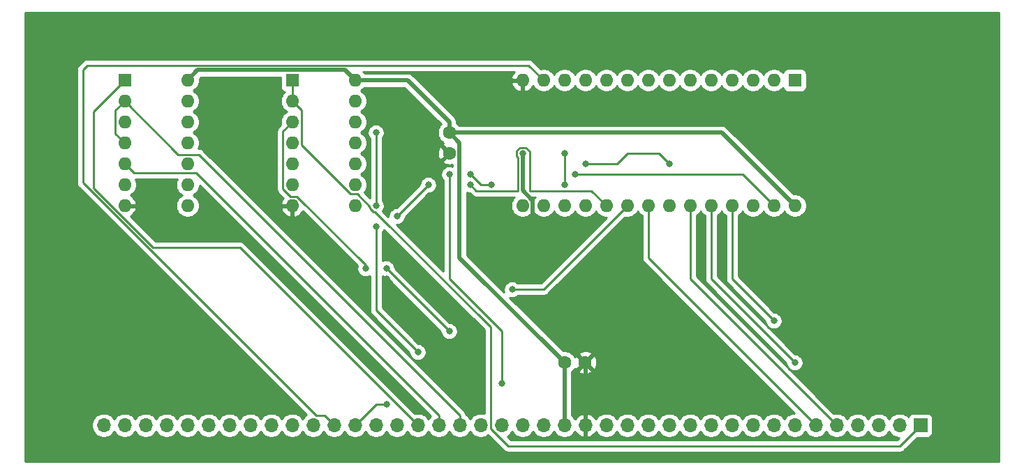
<source format=gbr>
G04 #@! TF.GenerationSoftware,KiCad,Pcbnew,5.1.8-db9833491~88~ubuntu20.04.1*
G04 #@! TF.CreationDate,2020-12-16T12:57:10+01:00*
G04 #@! TF.ProjectId,dtZ80-memory,64745a38-302d-46d6-956d-6f72792e6b69,rev?*
G04 #@! TF.SameCoordinates,Original*
G04 #@! TF.FileFunction,Copper,L1,Top*
G04 #@! TF.FilePolarity,Positive*
%FSLAX46Y46*%
G04 Gerber Fmt 4.6, Leading zero omitted, Abs format (unit mm)*
G04 Created by KiCad (PCBNEW 5.1.8-db9833491~88~ubuntu20.04.1) date 2020-12-16 12:57:10*
%MOMM*%
%LPD*%
G01*
G04 APERTURE LIST*
G04 #@! TA.AperFunction,ComponentPad*
%ADD10O,1.600000X1.600000*%
G04 #@! TD*
G04 #@! TA.AperFunction,ComponentPad*
%ADD11R,1.600000X1.600000*%
G04 #@! TD*
G04 #@! TA.AperFunction,ComponentPad*
%ADD12O,1.700000X1.700000*%
G04 #@! TD*
G04 #@! TA.AperFunction,ComponentPad*
%ADD13R,1.700000X1.700000*%
G04 #@! TD*
G04 #@! TA.AperFunction,ComponentPad*
%ADD14C,1.600000*%
G04 #@! TD*
G04 #@! TA.AperFunction,ViaPad*
%ADD15C,0.800000*%
G04 #@! TD*
G04 #@! TA.AperFunction,Conductor*
%ADD16C,0.250000*%
G04 #@! TD*
G04 #@! TA.AperFunction,Conductor*
%ADD17C,0.500000*%
G04 #@! TD*
G04 #@! TA.AperFunction,Conductor*
%ADD18C,0.254000*%
G04 #@! TD*
G04 #@! TA.AperFunction,Conductor*
%ADD19C,0.100000*%
G04 #@! TD*
G04 APERTURE END LIST*
D10*
X95250000Y-104140000D03*
X87630000Y-119380000D03*
X95250000Y-106680000D03*
X87630000Y-116840000D03*
X95250000Y-109220000D03*
X87630000Y-114300000D03*
X95250000Y-111760000D03*
X87630000Y-111760000D03*
X95250000Y-114300000D03*
X87630000Y-109220000D03*
X95250000Y-116840000D03*
X87630000Y-106680000D03*
X95250000Y-119380000D03*
D11*
X87630000Y-104140000D03*
D10*
X168910000Y-119380000D03*
X135890000Y-104140000D03*
X166370000Y-119380000D03*
X138430000Y-104140000D03*
X163830000Y-119380000D03*
X140970000Y-104140000D03*
X161290000Y-119380000D03*
X143510000Y-104140000D03*
X158750000Y-119380000D03*
X146050000Y-104140000D03*
X156210000Y-119380000D03*
X148590000Y-104140000D03*
X153670000Y-119380000D03*
X151130000Y-104140000D03*
X151130000Y-119380000D03*
X153670000Y-104140000D03*
X148590000Y-119380000D03*
X156210000Y-104140000D03*
X146050000Y-119380000D03*
X158750000Y-104140000D03*
X143510000Y-119380000D03*
X161290000Y-104140000D03*
X140970000Y-119380000D03*
X163830000Y-104140000D03*
X138430000Y-119380000D03*
X166370000Y-104140000D03*
X135890000Y-119380000D03*
D11*
X168910000Y-104140000D03*
D10*
X115570000Y-104140000D03*
X107950000Y-119380000D03*
X115570000Y-106680000D03*
X107950000Y-116840000D03*
X115570000Y-109220000D03*
X107950000Y-114300000D03*
X115570000Y-111760000D03*
X107950000Y-111760000D03*
X115570000Y-114300000D03*
X107950000Y-109220000D03*
X115570000Y-116840000D03*
X107950000Y-106680000D03*
X115570000Y-119380000D03*
D11*
X107950000Y-104140000D03*
D12*
X85090000Y-146050000D03*
X87630000Y-146050000D03*
X90170000Y-146050000D03*
X92710000Y-146050000D03*
X95250000Y-146050000D03*
X97790000Y-146050000D03*
X100330000Y-146050000D03*
X102870000Y-146050000D03*
X105410000Y-146050000D03*
X107950000Y-146050000D03*
X110490000Y-146050000D03*
X113030000Y-146050000D03*
X115570000Y-146050000D03*
X118110000Y-146050000D03*
X120650000Y-146050000D03*
X123190000Y-146050000D03*
X125730000Y-146050000D03*
X128270000Y-146050000D03*
X130810000Y-146050000D03*
X133350000Y-146050000D03*
X135890000Y-146050000D03*
X138430000Y-146050000D03*
X140970000Y-146050000D03*
X143510000Y-146050000D03*
X146050000Y-146050000D03*
X148590000Y-146050000D03*
X151130000Y-146050000D03*
X153670000Y-146050000D03*
X156210000Y-146050000D03*
X158750000Y-146050000D03*
X161290000Y-146050000D03*
X163830000Y-146050000D03*
X166370000Y-146050000D03*
X168910000Y-146050000D03*
X171450000Y-146050000D03*
X173990000Y-146050000D03*
X176530000Y-146050000D03*
X179070000Y-146050000D03*
X181610000Y-146050000D03*
D13*
X184150000Y-146050000D03*
D14*
X127000000Y-112990000D03*
X127000000Y-110490000D03*
X143470000Y-138430000D03*
X140970000Y-138430000D03*
D15*
X115570000Y-129540000D03*
X119380000Y-128270000D03*
X134620000Y-124460000D03*
X135890000Y-113030000D03*
X129540000Y-116840000D03*
X124460000Y-116840000D03*
X120650000Y-120650000D03*
X140970000Y-113030000D03*
X140970000Y-116840000D03*
X132080000Y-116840000D03*
X129540000Y-115570000D03*
X127000000Y-115570000D03*
X133350000Y-140970000D03*
X119380000Y-143510000D03*
X118110000Y-110490000D03*
X118110000Y-119380000D03*
X118110000Y-121920000D03*
X123190000Y-137160000D03*
X166370000Y-133350000D03*
X168910000Y-138430000D03*
X116840000Y-127000000D03*
X119380000Y-127000000D03*
X134620000Y-129540000D03*
X127000000Y-134620000D03*
X142240000Y-115570000D03*
X143510000Y-114300000D03*
X153670000Y-114300000D03*
D16*
X107950000Y-121920000D02*
X115570000Y-129540000D01*
X107950000Y-119380000D02*
X107950000Y-121920000D01*
D17*
X143510000Y-138470000D02*
X143470000Y-138430000D01*
X143510000Y-146050000D02*
X143510000Y-138470000D01*
X137140001Y-118779999D02*
X135890000Y-117529998D01*
X135890000Y-117529998D02*
X135890000Y-113030000D01*
X137140001Y-121939999D02*
X137140001Y-118779999D01*
X134620000Y-124460000D02*
X137140001Y-121939999D01*
X140970000Y-146050000D02*
X140970000Y-138430000D01*
X128250001Y-111740001D02*
X127000000Y-110490000D01*
X128250001Y-125710001D02*
X128250001Y-111740001D01*
X140970000Y-138430000D02*
X128250001Y-125710001D01*
X127000000Y-110490000D02*
X127000000Y-109220000D01*
X121920000Y-104140000D02*
X115570000Y-104140000D01*
X127000000Y-109220000D02*
X121920000Y-104140000D01*
X160020000Y-110490000D02*
X168910000Y-119380000D01*
X127000000Y-110490000D02*
X160020000Y-110490000D01*
X115570000Y-104140000D02*
X114319989Y-102889989D01*
X114319989Y-102889989D02*
X96500011Y-102889989D01*
X96500011Y-102889989D02*
X95250000Y-104140000D01*
D16*
X124460000Y-116840000D02*
X120650000Y-120650000D01*
X130265002Y-117565002D02*
X129540000Y-116840000D01*
X135314989Y-117565002D02*
X130265002Y-117565002D01*
X135314989Y-113527993D02*
X135314989Y-117565002D01*
X135164998Y-112681998D02*
X135164998Y-113378002D01*
X135541998Y-112304998D02*
X135164998Y-112681998D01*
X135164998Y-113378002D02*
X135314989Y-113527993D01*
X136738192Y-112805188D02*
X136238002Y-112304998D01*
X144235002Y-117565002D02*
X136738192Y-117565002D01*
X146050000Y-119380000D02*
X144235002Y-117565002D01*
X136238002Y-112304998D02*
X135541998Y-112304998D01*
X136738192Y-117565002D02*
X136738192Y-112805188D01*
X138430000Y-104140000D02*
X136604977Y-102314978D01*
X136604977Y-102314978D02*
X83105022Y-102314978D01*
X83105022Y-102314978D02*
X82550000Y-102870000D01*
X110823586Y-144874999D02*
X111854999Y-144874999D01*
X82550000Y-116601413D02*
X110823586Y-144874999D01*
X82550000Y-102870000D02*
X82550000Y-116601413D01*
X111854999Y-144874999D02*
X113030000Y-146050000D01*
X140970000Y-113030000D02*
X140970000Y-116840000D01*
X130810000Y-116840000D02*
X129540000Y-115570000D01*
X132080000Y-116840000D02*
X130810000Y-116840000D01*
X127000000Y-115570000D02*
X127000000Y-128270000D01*
X133350000Y-134620000D02*
X133350000Y-140970000D01*
X127000000Y-128270000D02*
X133350000Y-134620000D01*
X118110000Y-143510000D02*
X115570000Y-146050000D01*
X119380000Y-143510000D02*
X118110000Y-143510000D01*
X118110000Y-110490000D02*
X118110000Y-119380000D01*
X118110000Y-132080000D02*
X123190000Y-137160000D01*
X118110000Y-121920000D02*
X118110000Y-132080000D01*
X83820000Y-107950000D02*
X87630000Y-104140000D01*
X91044997Y-124460000D02*
X83820000Y-117235003D01*
X83820000Y-117235003D02*
X83820000Y-107950000D01*
X101600000Y-124460000D02*
X91044997Y-124460000D01*
X123190000Y-146050000D02*
X101600000Y-124460000D01*
X125730000Y-144847919D02*
X96307082Y-115425001D01*
X125730000Y-146050000D02*
X125730000Y-144847919D01*
X96307082Y-115425001D02*
X88755001Y-115425001D01*
X88755001Y-115425001D02*
X87630000Y-114300000D01*
X96597080Y-113174999D02*
X94124999Y-113174999D01*
X128270000Y-144847919D02*
X96597080Y-113174999D01*
X128270000Y-146050000D02*
X128270000Y-144847919D01*
X94124999Y-113174999D02*
X87630000Y-106680000D01*
X86504999Y-110634999D02*
X87630000Y-111760000D01*
X86504999Y-107805001D02*
X86504999Y-110634999D01*
X87630000Y-106680000D02*
X86504999Y-107805001D01*
X161290000Y-128270000D02*
X166370000Y-133350000D01*
X161290000Y-119380000D02*
X161290000Y-128270000D01*
X158750000Y-128270000D02*
X168910000Y-138430000D01*
X158750000Y-119380000D02*
X158750000Y-128270000D01*
X151130000Y-125730000D02*
X171450000Y-146050000D01*
X151130000Y-119380000D02*
X151130000Y-125730000D01*
X156210000Y-128270000D02*
X173990000Y-146050000D01*
X156210000Y-119380000D02*
X156210000Y-128270000D01*
X107950000Y-106680000D02*
X107950000Y-104140000D01*
X109075001Y-107805001D02*
X107950000Y-106680000D01*
X117384998Y-119728002D02*
X117384998Y-119529996D01*
X117960004Y-120105002D02*
X117761998Y-120105002D01*
X115029999Y-117965001D02*
X109075001Y-112010003D01*
X115820003Y-117965001D02*
X115029999Y-117965001D01*
X131985001Y-134129999D02*
X117960004Y-120105002D01*
X117384998Y-119529996D02*
X115820003Y-117965001D01*
X131985001Y-146424003D02*
X131985001Y-134129999D01*
X134150998Y-148590000D02*
X131985001Y-146424003D01*
X181610000Y-148590000D02*
X134150998Y-148590000D01*
X117761998Y-120105002D02*
X117384998Y-119728002D01*
X109075001Y-112010003D02*
X109075001Y-107805001D01*
X184150000Y-146050000D02*
X181610000Y-148590000D01*
X116840000Y-126604998D02*
X116840000Y-127000000D01*
X108490001Y-118254999D02*
X116840000Y-126604998D01*
X107699997Y-118254999D02*
X108490001Y-118254999D01*
X106824999Y-117380001D02*
X107699997Y-118254999D01*
X106824999Y-110345001D02*
X106824999Y-117380001D01*
X107950000Y-109220000D02*
X106824999Y-110345001D01*
X138430000Y-129540000D02*
X134620000Y-129540000D01*
X148590000Y-119380000D02*
X138430000Y-129540000D01*
X127000000Y-134620000D02*
X119380000Y-127000000D01*
X162560000Y-115570000D02*
X166370000Y-119380000D01*
X142240000Y-115570000D02*
X162560000Y-115570000D01*
X143510000Y-114300000D02*
X147320000Y-114300000D01*
X147320000Y-114300000D02*
X148590000Y-113030000D01*
X152400000Y-113030000D02*
X153670000Y-114300000D01*
X148590000Y-113030000D02*
X152400000Y-113030000D01*
D18*
X193650000Y-150470000D02*
X75590000Y-150470000D01*
X75590000Y-102870000D01*
X81786324Y-102870000D01*
X81790000Y-102907322D01*
X81790001Y-116564081D01*
X81786324Y-116601413D01*
X81800998Y-116750398D01*
X81844454Y-116893659D01*
X81915026Y-117025689D01*
X81965963Y-117087755D01*
X82010000Y-117141414D01*
X82038998Y-117165212D01*
X109679410Y-144805625D01*
X109543368Y-144896525D01*
X109336525Y-145103368D01*
X109220000Y-145277760D01*
X109103475Y-145103368D01*
X108896632Y-144896525D01*
X108653411Y-144734010D01*
X108383158Y-144622068D01*
X108096260Y-144565000D01*
X107803740Y-144565000D01*
X107516842Y-144622068D01*
X107246589Y-144734010D01*
X107003368Y-144896525D01*
X106796525Y-145103368D01*
X106680000Y-145277760D01*
X106563475Y-145103368D01*
X106356632Y-144896525D01*
X106113411Y-144734010D01*
X105843158Y-144622068D01*
X105556260Y-144565000D01*
X105263740Y-144565000D01*
X104976842Y-144622068D01*
X104706589Y-144734010D01*
X104463368Y-144896525D01*
X104256525Y-145103368D01*
X104140000Y-145277760D01*
X104023475Y-145103368D01*
X103816632Y-144896525D01*
X103573411Y-144734010D01*
X103303158Y-144622068D01*
X103016260Y-144565000D01*
X102723740Y-144565000D01*
X102436842Y-144622068D01*
X102166589Y-144734010D01*
X101923368Y-144896525D01*
X101716525Y-145103368D01*
X101600000Y-145277760D01*
X101483475Y-145103368D01*
X101276632Y-144896525D01*
X101033411Y-144734010D01*
X100763158Y-144622068D01*
X100476260Y-144565000D01*
X100183740Y-144565000D01*
X99896842Y-144622068D01*
X99626589Y-144734010D01*
X99383368Y-144896525D01*
X99176525Y-145103368D01*
X99060000Y-145277760D01*
X98943475Y-145103368D01*
X98736632Y-144896525D01*
X98493411Y-144734010D01*
X98223158Y-144622068D01*
X97936260Y-144565000D01*
X97643740Y-144565000D01*
X97356842Y-144622068D01*
X97086589Y-144734010D01*
X96843368Y-144896525D01*
X96636525Y-145103368D01*
X96520000Y-145277760D01*
X96403475Y-145103368D01*
X96196632Y-144896525D01*
X95953411Y-144734010D01*
X95683158Y-144622068D01*
X95396260Y-144565000D01*
X95103740Y-144565000D01*
X94816842Y-144622068D01*
X94546589Y-144734010D01*
X94303368Y-144896525D01*
X94096525Y-145103368D01*
X93980000Y-145277760D01*
X93863475Y-145103368D01*
X93656632Y-144896525D01*
X93413411Y-144734010D01*
X93143158Y-144622068D01*
X92856260Y-144565000D01*
X92563740Y-144565000D01*
X92276842Y-144622068D01*
X92006589Y-144734010D01*
X91763368Y-144896525D01*
X91556525Y-145103368D01*
X91440000Y-145277760D01*
X91323475Y-145103368D01*
X91116632Y-144896525D01*
X90873411Y-144734010D01*
X90603158Y-144622068D01*
X90316260Y-144565000D01*
X90023740Y-144565000D01*
X89736842Y-144622068D01*
X89466589Y-144734010D01*
X89223368Y-144896525D01*
X89016525Y-145103368D01*
X88900000Y-145277760D01*
X88783475Y-145103368D01*
X88576632Y-144896525D01*
X88333411Y-144734010D01*
X88063158Y-144622068D01*
X87776260Y-144565000D01*
X87483740Y-144565000D01*
X87196842Y-144622068D01*
X86926589Y-144734010D01*
X86683368Y-144896525D01*
X86476525Y-145103368D01*
X86360000Y-145277760D01*
X86243475Y-145103368D01*
X86036632Y-144896525D01*
X85793411Y-144734010D01*
X85523158Y-144622068D01*
X85236260Y-144565000D01*
X84943740Y-144565000D01*
X84656842Y-144622068D01*
X84386589Y-144734010D01*
X84143368Y-144896525D01*
X83936525Y-145103368D01*
X83774010Y-145346589D01*
X83662068Y-145616842D01*
X83605000Y-145903740D01*
X83605000Y-146196260D01*
X83662068Y-146483158D01*
X83774010Y-146753411D01*
X83936525Y-146996632D01*
X84143368Y-147203475D01*
X84386589Y-147365990D01*
X84656842Y-147477932D01*
X84943740Y-147535000D01*
X85236260Y-147535000D01*
X85523158Y-147477932D01*
X85793411Y-147365990D01*
X86036632Y-147203475D01*
X86243475Y-146996632D01*
X86360000Y-146822240D01*
X86476525Y-146996632D01*
X86683368Y-147203475D01*
X86926589Y-147365990D01*
X87196842Y-147477932D01*
X87483740Y-147535000D01*
X87776260Y-147535000D01*
X88063158Y-147477932D01*
X88333411Y-147365990D01*
X88576632Y-147203475D01*
X88783475Y-146996632D01*
X88900000Y-146822240D01*
X89016525Y-146996632D01*
X89223368Y-147203475D01*
X89466589Y-147365990D01*
X89736842Y-147477932D01*
X90023740Y-147535000D01*
X90316260Y-147535000D01*
X90603158Y-147477932D01*
X90873411Y-147365990D01*
X91116632Y-147203475D01*
X91323475Y-146996632D01*
X91440000Y-146822240D01*
X91556525Y-146996632D01*
X91763368Y-147203475D01*
X92006589Y-147365990D01*
X92276842Y-147477932D01*
X92563740Y-147535000D01*
X92856260Y-147535000D01*
X93143158Y-147477932D01*
X93413411Y-147365990D01*
X93656632Y-147203475D01*
X93863475Y-146996632D01*
X93980000Y-146822240D01*
X94096525Y-146996632D01*
X94303368Y-147203475D01*
X94546589Y-147365990D01*
X94816842Y-147477932D01*
X95103740Y-147535000D01*
X95396260Y-147535000D01*
X95683158Y-147477932D01*
X95953411Y-147365990D01*
X96196632Y-147203475D01*
X96403475Y-146996632D01*
X96520000Y-146822240D01*
X96636525Y-146996632D01*
X96843368Y-147203475D01*
X97086589Y-147365990D01*
X97356842Y-147477932D01*
X97643740Y-147535000D01*
X97936260Y-147535000D01*
X98223158Y-147477932D01*
X98493411Y-147365990D01*
X98736632Y-147203475D01*
X98943475Y-146996632D01*
X99060000Y-146822240D01*
X99176525Y-146996632D01*
X99383368Y-147203475D01*
X99626589Y-147365990D01*
X99896842Y-147477932D01*
X100183740Y-147535000D01*
X100476260Y-147535000D01*
X100763158Y-147477932D01*
X101033411Y-147365990D01*
X101276632Y-147203475D01*
X101483475Y-146996632D01*
X101600000Y-146822240D01*
X101716525Y-146996632D01*
X101923368Y-147203475D01*
X102166589Y-147365990D01*
X102436842Y-147477932D01*
X102723740Y-147535000D01*
X103016260Y-147535000D01*
X103303158Y-147477932D01*
X103573411Y-147365990D01*
X103816632Y-147203475D01*
X104023475Y-146996632D01*
X104140000Y-146822240D01*
X104256525Y-146996632D01*
X104463368Y-147203475D01*
X104706589Y-147365990D01*
X104976842Y-147477932D01*
X105263740Y-147535000D01*
X105556260Y-147535000D01*
X105843158Y-147477932D01*
X106113411Y-147365990D01*
X106356632Y-147203475D01*
X106563475Y-146996632D01*
X106680000Y-146822240D01*
X106796525Y-146996632D01*
X107003368Y-147203475D01*
X107246589Y-147365990D01*
X107516842Y-147477932D01*
X107803740Y-147535000D01*
X108096260Y-147535000D01*
X108383158Y-147477932D01*
X108653411Y-147365990D01*
X108896632Y-147203475D01*
X109103475Y-146996632D01*
X109220000Y-146822240D01*
X109336525Y-146996632D01*
X109543368Y-147203475D01*
X109786589Y-147365990D01*
X110056842Y-147477932D01*
X110343740Y-147535000D01*
X110636260Y-147535000D01*
X110923158Y-147477932D01*
X111193411Y-147365990D01*
X111436632Y-147203475D01*
X111643475Y-146996632D01*
X111760000Y-146822240D01*
X111876525Y-146996632D01*
X112083368Y-147203475D01*
X112326589Y-147365990D01*
X112596842Y-147477932D01*
X112883740Y-147535000D01*
X113176260Y-147535000D01*
X113463158Y-147477932D01*
X113733411Y-147365990D01*
X113976632Y-147203475D01*
X114183475Y-146996632D01*
X114300000Y-146822240D01*
X114416525Y-146996632D01*
X114623368Y-147203475D01*
X114866589Y-147365990D01*
X115136842Y-147477932D01*
X115423740Y-147535000D01*
X115716260Y-147535000D01*
X116003158Y-147477932D01*
X116273411Y-147365990D01*
X116516632Y-147203475D01*
X116723475Y-146996632D01*
X116840000Y-146822240D01*
X116956525Y-146996632D01*
X117163368Y-147203475D01*
X117406589Y-147365990D01*
X117676842Y-147477932D01*
X117963740Y-147535000D01*
X118256260Y-147535000D01*
X118543158Y-147477932D01*
X118813411Y-147365990D01*
X119056632Y-147203475D01*
X119263475Y-146996632D01*
X119380000Y-146822240D01*
X119496525Y-146996632D01*
X119703368Y-147203475D01*
X119946589Y-147365990D01*
X120216842Y-147477932D01*
X120503740Y-147535000D01*
X120796260Y-147535000D01*
X121083158Y-147477932D01*
X121353411Y-147365990D01*
X121596632Y-147203475D01*
X121803475Y-146996632D01*
X121920000Y-146822240D01*
X122036525Y-146996632D01*
X122243368Y-147203475D01*
X122486589Y-147365990D01*
X122756842Y-147477932D01*
X123043740Y-147535000D01*
X123336260Y-147535000D01*
X123623158Y-147477932D01*
X123893411Y-147365990D01*
X124136632Y-147203475D01*
X124343475Y-146996632D01*
X124460000Y-146822240D01*
X124576525Y-146996632D01*
X124783368Y-147203475D01*
X125026589Y-147365990D01*
X125296842Y-147477932D01*
X125583740Y-147535000D01*
X125876260Y-147535000D01*
X126163158Y-147477932D01*
X126433411Y-147365990D01*
X126676632Y-147203475D01*
X126883475Y-146996632D01*
X127000000Y-146822240D01*
X127116525Y-146996632D01*
X127323368Y-147203475D01*
X127566589Y-147365990D01*
X127836842Y-147477932D01*
X128123740Y-147535000D01*
X128416260Y-147535000D01*
X128703158Y-147477932D01*
X128973411Y-147365990D01*
X129216632Y-147203475D01*
X129423475Y-146996632D01*
X129540000Y-146822240D01*
X129656525Y-146996632D01*
X129863368Y-147203475D01*
X130106589Y-147365990D01*
X130376842Y-147477932D01*
X130663740Y-147535000D01*
X130956260Y-147535000D01*
X131243158Y-147477932D01*
X131513411Y-147365990D01*
X131716492Y-147230295D01*
X133587199Y-149101003D01*
X133610997Y-149130001D01*
X133726722Y-149224974D01*
X133858751Y-149295546D01*
X134002012Y-149339003D01*
X134113665Y-149350000D01*
X134113674Y-149350000D01*
X134150997Y-149353676D01*
X134188320Y-149350000D01*
X181572678Y-149350000D01*
X181610000Y-149353676D01*
X181647322Y-149350000D01*
X181647333Y-149350000D01*
X181758986Y-149339003D01*
X181902247Y-149295546D01*
X182034276Y-149224974D01*
X182150001Y-149130001D01*
X182173804Y-149100997D01*
X183736730Y-147538072D01*
X185000000Y-147538072D01*
X185124482Y-147525812D01*
X185244180Y-147489502D01*
X185354494Y-147430537D01*
X185451185Y-147351185D01*
X185530537Y-147254494D01*
X185589502Y-147144180D01*
X185625812Y-147024482D01*
X185638072Y-146900000D01*
X185638072Y-145200000D01*
X185625812Y-145075518D01*
X185589502Y-144955820D01*
X185530537Y-144845506D01*
X185451185Y-144748815D01*
X185354494Y-144669463D01*
X185244180Y-144610498D01*
X185124482Y-144574188D01*
X185000000Y-144561928D01*
X183300000Y-144561928D01*
X183175518Y-144574188D01*
X183055820Y-144610498D01*
X182945506Y-144669463D01*
X182848815Y-144748815D01*
X182769463Y-144845506D01*
X182710498Y-144955820D01*
X182688487Y-145028380D01*
X182556632Y-144896525D01*
X182313411Y-144734010D01*
X182043158Y-144622068D01*
X181756260Y-144565000D01*
X181463740Y-144565000D01*
X181176842Y-144622068D01*
X180906589Y-144734010D01*
X180663368Y-144896525D01*
X180456525Y-145103368D01*
X180340000Y-145277760D01*
X180223475Y-145103368D01*
X180016632Y-144896525D01*
X179773411Y-144734010D01*
X179503158Y-144622068D01*
X179216260Y-144565000D01*
X178923740Y-144565000D01*
X178636842Y-144622068D01*
X178366589Y-144734010D01*
X178123368Y-144896525D01*
X177916525Y-145103368D01*
X177800000Y-145277760D01*
X177683475Y-145103368D01*
X177476632Y-144896525D01*
X177233411Y-144734010D01*
X176963158Y-144622068D01*
X176676260Y-144565000D01*
X176383740Y-144565000D01*
X176096842Y-144622068D01*
X175826589Y-144734010D01*
X175583368Y-144896525D01*
X175376525Y-145103368D01*
X175260000Y-145277760D01*
X175143475Y-145103368D01*
X174936632Y-144896525D01*
X174693411Y-144734010D01*
X174423158Y-144622068D01*
X174136260Y-144565000D01*
X173843740Y-144565000D01*
X173623592Y-144608790D01*
X156970000Y-127955199D01*
X156970000Y-120598043D01*
X157124759Y-120494637D01*
X157324637Y-120294759D01*
X157480000Y-120062241D01*
X157635363Y-120294759D01*
X157835241Y-120494637D01*
X157990000Y-120598044D01*
X157990001Y-128232668D01*
X157986324Y-128270000D01*
X158000998Y-128418985D01*
X158044454Y-128562246D01*
X158115026Y-128694276D01*
X158185379Y-128780000D01*
X158210000Y-128810001D01*
X158238998Y-128833799D01*
X167875000Y-138469802D01*
X167875000Y-138531939D01*
X167914774Y-138731898D01*
X167992795Y-138920256D01*
X168106063Y-139089774D01*
X168250226Y-139233937D01*
X168419744Y-139347205D01*
X168608102Y-139425226D01*
X168808061Y-139465000D01*
X169011939Y-139465000D01*
X169211898Y-139425226D01*
X169400256Y-139347205D01*
X169569774Y-139233937D01*
X169713937Y-139089774D01*
X169827205Y-138920256D01*
X169905226Y-138731898D01*
X169945000Y-138531939D01*
X169945000Y-138328061D01*
X169905226Y-138128102D01*
X169827205Y-137939744D01*
X169713937Y-137770226D01*
X169569774Y-137626063D01*
X169400256Y-137512795D01*
X169211898Y-137434774D01*
X169011939Y-137395000D01*
X168949802Y-137395000D01*
X159510000Y-127955199D01*
X159510000Y-120598043D01*
X159664759Y-120494637D01*
X159864637Y-120294759D01*
X160020000Y-120062241D01*
X160175363Y-120294759D01*
X160375241Y-120494637D01*
X160530000Y-120598044D01*
X160530001Y-128232668D01*
X160526324Y-128270000D01*
X160540998Y-128418985D01*
X160584454Y-128562246D01*
X160655026Y-128694276D01*
X160725379Y-128780000D01*
X160750000Y-128810001D01*
X160778998Y-128833799D01*
X165335000Y-133389802D01*
X165335000Y-133451939D01*
X165374774Y-133651898D01*
X165452795Y-133840256D01*
X165566063Y-134009774D01*
X165710226Y-134153937D01*
X165879744Y-134267205D01*
X166068102Y-134345226D01*
X166268061Y-134385000D01*
X166471939Y-134385000D01*
X166671898Y-134345226D01*
X166860256Y-134267205D01*
X167029774Y-134153937D01*
X167173937Y-134009774D01*
X167287205Y-133840256D01*
X167365226Y-133651898D01*
X167405000Y-133451939D01*
X167405000Y-133248061D01*
X167365226Y-133048102D01*
X167287205Y-132859744D01*
X167173937Y-132690226D01*
X167029774Y-132546063D01*
X166860256Y-132432795D01*
X166671898Y-132354774D01*
X166471939Y-132315000D01*
X166409802Y-132315000D01*
X162050000Y-127955199D01*
X162050000Y-120598043D01*
X162204759Y-120494637D01*
X162404637Y-120294759D01*
X162560000Y-120062241D01*
X162715363Y-120294759D01*
X162915241Y-120494637D01*
X163150273Y-120651680D01*
X163411426Y-120759853D01*
X163688665Y-120815000D01*
X163971335Y-120815000D01*
X164248574Y-120759853D01*
X164509727Y-120651680D01*
X164744759Y-120494637D01*
X164944637Y-120294759D01*
X165100000Y-120062241D01*
X165255363Y-120294759D01*
X165455241Y-120494637D01*
X165690273Y-120651680D01*
X165951426Y-120759853D01*
X166228665Y-120815000D01*
X166511335Y-120815000D01*
X166788574Y-120759853D01*
X167049727Y-120651680D01*
X167284759Y-120494637D01*
X167484637Y-120294759D01*
X167640000Y-120062241D01*
X167795363Y-120294759D01*
X167995241Y-120494637D01*
X168230273Y-120651680D01*
X168491426Y-120759853D01*
X168768665Y-120815000D01*
X169051335Y-120815000D01*
X169328574Y-120759853D01*
X169589727Y-120651680D01*
X169824759Y-120494637D01*
X170024637Y-120294759D01*
X170181680Y-120059727D01*
X170289853Y-119798574D01*
X170345000Y-119521335D01*
X170345000Y-119238665D01*
X170289853Y-118961426D01*
X170181680Y-118700273D01*
X170024637Y-118465241D01*
X169824759Y-118265363D01*
X169589727Y-118108320D01*
X169328574Y-118000147D01*
X169051335Y-117945000D01*
X168768665Y-117945000D01*
X168733562Y-117951983D01*
X160676534Y-109894956D01*
X160648817Y-109861183D01*
X160514059Y-109750589D01*
X160360313Y-109668411D01*
X160193490Y-109617805D01*
X160063477Y-109605000D01*
X160063469Y-109605000D01*
X160020000Y-109600719D01*
X159976531Y-109605000D01*
X128134521Y-109605000D01*
X128114637Y-109575241D01*
X127914759Y-109375363D01*
X127885000Y-109355479D01*
X127885000Y-109263469D01*
X127889281Y-109220000D01*
X127885000Y-109176531D01*
X127885000Y-109176523D01*
X127872195Y-109046510D01*
X127821589Y-108879687D01*
X127739411Y-108725941D01*
X127701707Y-108679999D01*
X127656532Y-108624953D01*
X127656530Y-108624951D01*
X127628817Y-108591183D01*
X127595049Y-108563470D01*
X123520619Y-104489040D01*
X134498091Y-104489040D01*
X134592930Y-104753881D01*
X134737615Y-104995131D01*
X134926586Y-105203519D01*
X135152580Y-105371037D01*
X135406913Y-105491246D01*
X135540961Y-105531904D01*
X135763000Y-105409915D01*
X135763000Y-104267000D01*
X134619376Y-104267000D01*
X134498091Y-104489040D01*
X123520619Y-104489040D01*
X122576532Y-103544954D01*
X122548817Y-103511183D01*
X122414059Y-103400589D01*
X122260313Y-103318411D01*
X122093490Y-103267805D01*
X121963477Y-103255000D01*
X121963469Y-103255000D01*
X121920000Y-103250719D01*
X121876531Y-103255000D01*
X116704521Y-103255000D01*
X116684637Y-103225241D01*
X116534374Y-103074978D01*
X134928614Y-103074978D01*
X134926586Y-103076481D01*
X134737615Y-103284869D01*
X134592930Y-103526119D01*
X134498091Y-103790960D01*
X134619376Y-104013000D01*
X135763000Y-104013000D01*
X135763000Y-103993000D01*
X136017000Y-103993000D01*
X136017000Y-104013000D01*
X136037000Y-104013000D01*
X136037000Y-104267000D01*
X136017000Y-104267000D01*
X136017000Y-105409915D01*
X136239039Y-105531904D01*
X136373087Y-105491246D01*
X136627420Y-105371037D01*
X136853414Y-105203519D01*
X137042385Y-104995131D01*
X137153933Y-104809135D01*
X137158320Y-104819727D01*
X137315363Y-105054759D01*
X137515241Y-105254637D01*
X137750273Y-105411680D01*
X138011426Y-105519853D01*
X138288665Y-105575000D01*
X138571335Y-105575000D01*
X138848574Y-105519853D01*
X139109727Y-105411680D01*
X139344759Y-105254637D01*
X139544637Y-105054759D01*
X139700000Y-104822241D01*
X139855363Y-105054759D01*
X140055241Y-105254637D01*
X140290273Y-105411680D01*
X140551426Y-105519853D01*
X140828665Y-105575000D01*
X141111335Y-105575000D01*
X141388574Y-105519853D01*
X141649727Y-105411680D01*
X141884759Y-105254637D01*
X142084637Y-105054759D01*
X142240000Y-104822241D01*
X142395363Y-105054759D01*
X142595241Y-105254637D01*
X142830273Y-105411680D01*
X143091426Y-105519853D01*
X143368665Y-105575000D01*
X143651335Y-105575000D01*
X143928574Y-105519853D01*
X144189727Y-105411680D01*
X144424759Y-105254637D01*
X144624637Y-105054759D01*
X144780000Y-104822241D01*
X144935363Y-105054759D01*
X145135241Y-105254637D01*
X145370273Y-105411680D01*
X145631426Y-105519853D01*
X145908665Y-105575000D01*
X146191335Y-105575000D01*
X146468574Y-105519853D01*
X146729727Y-105411680D01*
X146964759Y-105254637D01*
X147164637Y-105054759D01*
X147320000Y-104822241D01*
X147475363Y-105054759D01*
X147675241Y-105254637D01*
X147910273Y-105411680D01*
X148171426Y-105519853D01*
X148448665Y-105575000D01*
X148731335Y-105575000D01*
X149008574Y-105519853D01*
X149269727Y-105411680D01*
X149504759Y-105254637D01*
X149704637Y-105054759D01*
X149860000Y-104822241D01*
X150015363Y-105054759D01*
X150215241Y-105254637D01*
X150450273Y-105411680D01*
X150711426Y-105519853D01*
X150988665Y-105575000D01*
X151271335Y-105575000D01*
X151548574Y-105519853D01*
X151809727Y-105411680D01*
X152044759Y-105254637D01*
X152244637Y-105054759D01*
X152400000Y-104822241D01*
X152555363Y-105054759D01*
X152755241Y-105254637D01*
X152990273Y-105411680D01*
X153251426Y-105519853D01*
X153528665Y-105575000D01*
X153811335Y-105575000D01*
X154088574Y-105519853D01*
X154349727Y-105411680D01*
X154584759Y-105254637D01*
X154784637Y-105054759D01*
X154940000Y-104822241D01*
X155095363Y-105054759D01*
X155295241Y-105254637D01*
X155530273Y-105411680D01*
X155791426Y-105519853D01*
X156068665Y-105575000D01*
X156351335Y-105575000D01*
X156628574Y-105519853D01*
X156889727Y-105411680D01*
X157124759Y-105254637D01*
X157324637Y-105054759D01*
X157480000Y-104822241D01*
X157635363Y-105054759D01*
X157835241Y-105254637D01*
X158070273Y-105411680D01*
X158331426Y-105519853D01*
X158608665Y-105575000D01*
X158891335Y-105575000D01*
X159168574Y-105519853D01*
X159429727Y-105411680D01*
X159664759Y-105254637D01*
X159864637Y-105054759D01*
X160020000Y-104822241D01*
X160175363Y-105054759D01*
X160375241Y-105254637D01*
X160610273Y-105411680D01*
X160871426Y-105519853D01*
X161148665Y-105575000D01*
X161431335Y-105575000D01*
X161708574Y-105519853D01*
X161969727Y-105411680D01*
X162204759Y-105254637D01*
X162404637Y-105054759D01*
X162560000Y-104822241D01*
X162715363Y-105054759D01*
X162915241Y-105254637D01*
X163150273Y-105411680D01*
X163411426Y-105519853D01*
X163688665Y-105575000D01*
X163971335Y-105575000D01*
X164248574Y-105519853D01*
X164509727Y-105411680D01*
X164744759Y-105254637D01*
X164944637Y-105054759D01*
X165100000Y-104822241D01*
X165255363Y-105054759D01*
X165455241Y-105254637D01*
X165690273Y-105411680D01*
X165951426Y-105519853D01*
X166228665Y-105575000D01*
X166511335Y-105575000D01*
X166788574Y-105519853D01*
X167049727Y-105411680D01*
X167284759Y-105254637D01*
X167483357Y-105056039D01*
X167484188Y-105064482D01*
X167520498Y-105184180D01*
X167579463Y-105294494D01*
X167658815Y-105391185D01*
X167755506Y-105470537D01*
X167865820Y-105529502D01*
X167985518Y-105565812D01*
X168110000Y-105578072D01*
X169710000Y-105578072D01*
X169834482Y-105565812D01*
X169954180Y-105529502D01*
X170064494Y-105470537D01*
X170161185Y-105391185D01*
X170240537Y-105294494D01*
X170299502Y-105184180D01*
X170335812Y-105064482D01*
X170348072Y-104940000D01*
X170348072Y-103340000D01*
X170335812Y-103215518D01*
X170299502Y-103095820D01*
X170240537Y-102985506D01*
X170161185Y-102888815D01*
X170064494Y-102809463D01*
X169954180Y-102750498D01*
X169834482Y-102714188D01*
X169710000Y-102701928D01*
X168110000Y-102701928D01*
X167985518Y-102714188D01*
X167865820Y-102750498D01*
X167755506Y-102809463D01*
X167658815Y-102888815D01*
X167579463Y-102985506D01*
X167520498Y-103095820D01*
X167484188Y-103215518D01*
X167483357Y-103223961D01*
X167284759Y-103025363D01*
X167049727Y-102868320D01*
X166788574Y-102760147D01*
X166511335Y-102705000D01*
X166228665Y-102705000D01*
X165951426Y-102760147D01*
X165690273Y-102868320D01*
X165455241Y-103025363D01*
X165255363Y-103225241D01*
X165100000Y-103457759D01*
X164944637Y-103225241D01*
X164744759Y-103025363D01*
X164509727Y-102868320D01*
X164248574Y-102760147D01*
X163971335Y-102705000D01*
X163688665Y-102705000D01*
X163411426Y-102760147D01*
X163150273Y-102868320D01*
X162915241Y-103025363D01*
X162715363Y-103225241D01*
X162560000Y-103457759D01*
X162404637Y-103225241D01*
X162204759Y-103025363D01*
X161969727Y-102868320D01*
X161708574Y-102760147D01*
X161431335Y-102705000D01*
X161148665Y-102705000D01*
X160871426Y-102760147D01*
X160610273Y-102868320D01*
X160375241Y-103025363D01*
X160175363Y-103225241D01*
X160020000Y-103457759D01*
X159864637Y-103225241D01*
X159664759Y-103025363D01*
X159429727Y-102868320D01*
X159168574Y-102760147D01*
X158891335Y-102705000D01*
X158608665Y-102705000D01*
X158331426Y-102760147D01*
X158070273Y-102868320D01*
X157835241Y-103025363D01*
X157635363Y-103225241D01*
X157480000Y-103457759D01*
X157324637Y-103225241D01*
X157124759Y-103025363D01*
X156889727Y-102868320D01*
X156628574Y-102760147D01*
X156351335Y-102705000D01*
X156068665Y-102705000D01*
X155791426Y-102760147D01*
X155530273Y-102868320D01*
X155295241Y-103025363D01*
X155095363Y-103225241D01*
X154940000Y-103457759D01*
X154784637Y-103225241D01*
X154584759Y-103025363D01*
X154349727Y-102868320D01*
X154088574Y-102760147D01*
X153811335Y-102705000D01*
X153528665Y-102705000D01*
X153251426Y-102760147D01*
X152990273Y-102868320D01*
X152755241Y-103025363D01*
X152555363Y-103225241D01*
X152400000Y-103457759D01*
X152244637Y-103225241D01*
X152044759Y-103025363D01*
X151809727Y-102868320D01*
X151548574Y-102760147D01*
X151271335Y-102705000D01*
X150988665Y-102705000D01*
X150711426Y-102760147D01*
X150450273Y-102868320D01*
X150215241Y-103025363D01*
X150015363Y-103225241D01*
X149860000Y-103457759D01*
X149704637Y-103225241D01*
X149504759Y-103025363D01*
X149269727Y-102868320D01*
X149008574Y-102760147D01*
X148731335Y-102705000D01*
X148448665Y-102705000D01*
X148171426Y-102760147D01*
X147910273Y-102868320D01*
X147675241Y-103025363D01*
X147475363Y-103225241D01*
X147320000Y-103457759D01*
X147164637Y-103225241D01*
X146964759Y-103025363D01*
X146729727Y-102868320D01*
X146468574Y-102760147D01*
X146191335Y-102705000D01*
X145908665Y-102705000D01*
X145631426Y-102760147D01*
X145370273Y-102868320D01*
X145135241Y-103025363D01*
X144935363Y-103225241D01*
X144780000Y-103457759D01*
X144624637Y-103225241D01*
X144424759Y-103025363D01*
X144189727Y-102868320D01*
X143928574Y-102760147D01*
X143651335Y-102705000D01*
X143368665Y-102705000D01*
X143091426Y-102760147D01*
X142830273Y-102868320D01*
X142595241Y-103025363D01*
X142395363Y-103225241D01*
X142240000Y-103457759D01*
X142084637Y-103225241D01*
X141884759Y-103025363D01*
X141649727Y-102868320D01*
X141388574Y-102760147D01*
X141111335Y-102705000D01*
X140828665Y-102705000D01*
X140551426Y-102760147D01*
X140290273Y-102868320D01*
X140055241Y-103025363D01*
X139855363Y-103225241D01*
X139700000Y-103457759D01*
X139544637Y-103225241D01*
X139344759Y-103025363D01*
X139109727Y-102868320D01*
X138848574Y-102760147D01*
X138571335Y-102705000D01*
X138288665Y-102705000D01*
X138106113Y-102741312D01*
X137168780Y-101803980D01*
X137144978Y-101774977D01*
X137029253Y-101680004D01*
X136897224Y-101609432D01*
X136753963Y-101565975D01*
X136642310Y-101554978D01*
X136642299Y-101554978D01*
X136604977Y-101551302D01*
X136567654Y-101554978D01*
X83142347Y-101554978D01*
X83105022Y-101551302D01*
X83067697Y-101554978D01*
X83067689Y-101554978D01*
X82956036Y-101565975D01*
X82812775Y-101609432D01*
X82680746Y-101680004D01*
X82565021Y-101774977D01*
X82541222Y-101803976D01*
X82039002Y-102306197D01*
X82009999Y-102329999D01*
X81955891Y-102395930D01*
X81915026Y-102445724D01*
X81859462Y-102549676D01*
X81844454Y-102577754D01*
X81800997Y-102721015D01*
X81790000Y-102832668D01*
X81790000Y-102832678D01*
X81786324Y-102870000D01*
X75590000Y-102870000D01*
X75590000Y-95910000D01*
X193650001Y-95910000D01*
X193650000Y-150470000D01*
G04 #@! TA.AperFunction,Conductor*
D19*
G36*
X193650000Y-150470000D02*
G01*
X75590000Y-150470000D01*
X75590000Y-102870000D01*
X81786324Y-102870000D01*
X81790000Y-102907322D01*
X81790001Y-116564081D01*
X81786324Y-116601413D01*
X81800998Y-116750398D01*
X81844454Y-116893659D01*
X81915026Y-117025689D01*
X81965963Y-117087755D01*
X82010000Y-117141414D01*
X82038998Y-117165212D01*
X109679410Y-144805625D01*
X109543368Y-144896525D01*
X109336525Y-145103368D01*
X109220000Y-145277760D01*
X109103475Y-145103368D01*
X108896632Y-144896525D01*
X108653411Y-144734010D01*
X108383158Y-144622068D01*
X108096260Y-144565000D01*
X107803740Y-144565000D01*
X107516842Y-144622068D01*
X107246589Y-144734010D01*
X107003368Y-144896525D01*
X106796525Y-145103368D01*
X106680000Y-145277760D01*
X106563475Y-145103368D01*
X106356632Y-144896525D01*
X106113411Y-144734010D01*
X105843158Y-144622068D01*
X105556260Y-144565000D01*
X105263740Y-144565000D01*
X104976842Y-144622068D01*
X104706589Y-144734010D01*
X104463368Y-144896525D01*
X104256525Y-145103368D01*
X104140000Y-145277760D01*
X104023475Y-145103368D01*
X103816632Y-144896525D01*
X103573411Y-144734010D01*
X103303158Y-144622068D01*
X103016260Y-144565000D01*
X102723740Y-144565000D01*
X102436842Y-144622068D01*
X102166589Y-144734010D01*
X101923368Y-144896525D01*
X101716525Y-145103368D01*
X101600000Y-145277760D01*
X101483475Y-145103368D01*
X101276632Y-144896525D01*
X101033411Y-144734010D01*
X100763158Y-144622068D01*
X100476260Y-144565000D01*
X100183740Y-144565000D01*
X99896842Y-144622068D01*
X99626589Y-144734010D01*
X99383368Y-144896525D01*
X99176525Y-145103368D01*
X99060000Y-145277760D01*
X98943475Y-145103368D01*
X98736632Y-144896525D01*
X98493411Y-144734010D01*
X98223158Y-144622068D01*
X97936260Y-144565000D01*
X97643740Y-144565000D01*
X97356842Y-144622068D01*
X97086589Y-144734010D01*
X96843368Y-144896525D01*
X96636525Y-145103368D01*
X96520000Y-145277760D01*
X96403475Y-145103368D01*
X96196632Y-144896525D01*
X95953411Y-144734010D01*
X95683158Y-144622068D01*
X95396260Y-144565000D01*
X95103740Y-144565000D01*
X94816842Y-144622068D01*
X94546589Y-144734010D01*
X94303368Y-144896525D01*
X94096525Y-145103368D01*
X93980000Y-145277760D01*
X93863475Y-145103368D01*
X93656632Y-144896525D01*
X93413411Y-144734010D01*
X93143158Y-144622068D01*
X92856260Y-144565000D01*
X92563740Y-144565000D01*
X92276842Y-144622068D01*
X92006589Y-144734010D01*
X91763368Y-144896525D01*
X91556525Y-145103368D01*
X91440000Y-145277760D01*
X91323475Y-145103368D01*
X91116632Y-144896525D01*
X90873411Y-144734010D01*
X90603158Y-144622068D01*
X90316260Y-144565000D01*
X90023740Y-144565000D01*
X89736842Y-144622068D01*
X89466589Y-144734010D01*
X89223368Y-144896525D01*
X89016525Y-145103368D01*
X88900000Y-145277760D01*
X88783475Y-145103368D01*
X88576632Y-144896525D01*
X88333411Y-144734010D01*
X88063158Y-144622068D01*
X87776260Y-144565000D01*
X87483740Y-144565000D01*
X87196842Y-144622068D01*
X86926589Y-144734010D01*
X86683368Y-144896525D01*
X86476525Y-145103368D01*
X86360000Y-145277760D01*
X86243475Y-145103368D01*
X86036632Y-144896525D01*
X85793411Y-144734010D01*
X85523158Y-144622068D01*
X85236260Y-144565000D01*
X84943740Y-144565000D01*
X84656842Y-144622068D01*
X84386589Y-144734010D01*
X84143368Y-144896525D01*
X83936525Y-145103368D01*
X83774010Y-145346589D01*
X83662068Y-145616842D01*
X83605000Y-145903740D01*
X83605000Y-146196260D01*
X83662068Y-146483158D01*
X83774010Y-146753411D01*
X83936525Y-146996632D01*
X84143368Y-147203475D01*
X84386589Y-147365990D01*
X84656842Y-147477932D01*
X84943740Y-147535000D01*
X85236260Y-147535000D01*
X85523158Y-147477932D01*
X85793411Y-147365990D01*
X86036632Y-147203475D01*
X86243475Y-146996632D01*
X86360000Y-146822240D01*
X86476525Y-146996632D01*
X86683368Y-147203475D01*
X86926589Y-147365990D01*
X87196842Y-147477932D01*
X87483740Y-147535000D01*
X87776260Y-147535000D01*
X88063158Y-147477932D01*
X88333411Y-147365990D01*
X88576632Y-147203475D01*
X88783475Y-146996632D01*
X88900000Y-146822240D01*
X89016525Y-146996632D01*
X89223368Y-147203475D01*
X89466589Y-147365990D01*
X89736842Y-147477932D01*
X90023740Y-147535000D01*
X90316260Y-147535000D01*
X90603158Y-147477932D01*
X90873411Y-147365990D01*
X91116632Y-147203475D01*
X91323475Y-146996632D01*
X91440000Y-146822240D01*
X91556525Y-146996632D01*
X91763368Y-147203475D01*
X92006589Y-147365990D01*
X92276842Y-147477932D01*
X92563740Y-147535000D01*
X92856260Y-147535000D01*
X93143158Y-147477932D01*
X93413411Y-147365990D01*
X93656632Y-147203475D01*
X93863475Y-146996632D01*
X93980000Y-146822240D01*
X94096525Y-146996632D01*
X94303368Y-147203475D01*
X94546589Y-147365990D01*
X94816842Y-147477932D01*
X95103740Y-147535000D01*
X95396260Y-147535000D01*
X95683158Y-147477932D01*
X95953411Y-147365990D01*
X96196632Y-147203475D01*
X96403475Y-146996632D01*
X96520000Y-146822240D01*
X96636525Y-146996632D01*
X96843368Y-147203475D01*
X97086589Y-147365990D01*
X97356842Y-147477932D01*
X97643740Y-147535000D01*
X97936260Y-147535000D01*
X98223158Y-147477932D01*
X98493411Y-147365990D01*
X98736632Y-147203475D01*
X98943475Y-146996632D01*
X99060000Y-146822240D01*
X99176525Y-146996632D01*
X99383368Y-147203475D01*
X99626589Y-147365990D01*
X99896842Y-147477932D01*
X100183740Y-147535000D01*
X100476260Y-147535000D01*
X100763158Y-147477932D01*
X101033411Y-147365990D01*
X101276632Y-147203475D01*
X101483475Y-146996632D01*
X101600000Y-146822240D01*
X101716525Y-146996632D01*
X101923368Y-147203475D01*
X102166589Y-147365990D01*
X102436842Y-147477932D01*
X102723740Y-147535000D01*
X103016260Y-147535000D01*
X103303158Y-147477932D01*
X103573411Y-147365990D01*
X103816632Y-147203475D01*
X104023475Y-146996632D01*
X104140000Y-146822240D01*
X104256525Y-146996632D01*
X104463368Y-147203475D01*
X104706589Y-147365990D01*
X104976842Y-147477932D01*
X105263740Y-147535000D01*
X105556260Y-147535000D01*
X105843158Y-147477932D01*
X106113411Y-147365990D01*
X106356632Y-147203475D01*
X106563475Y-146996632D01*
X106680000Y-146822240D01*
X106796525Y-146996632D01*
X107003368Y-147203475D01*
X107246589Y-147365990D01*
X107516842Y-147477932D01*
X107803740Y-147535000D01*
X108096260Y-147535000D01*
X108383158Y-147477932D01*
X108653411Y-147365990D01*
X108896632Y-147203475D01*
X109103475Y-146996632D01*
X109220000Y-146822240D01*
X109336525Y-146996632D01*
X109543368Y-147203475D01*
X109786589Y-147365990D01*
X110056842Y-147477932D01*
X110343740Y-147535000D01*
X110636260Y-147535000D01*
X110923158Y-147477932D01*
X111193411Y-147365990D01*
X111436632Y-147203475D01*
X111643475Y-146996632D01*
X111760000Y-146822240D01*
X111876525Y-146996632D01*
X112083368Y-147203475D01*
X112326589Y-147365990D01*
X112596842Y-147477932D01*
X112883740Y-147535000D01*
X113176260Y-147535000D01*
X113463158Y-147477932D01*
X113733411Y-147365990D01*
X113976632Y-147203475D01*
X114183475Y-146996632D01*
X114300000Y-146822240D01*
X114416525Y-146996632D01*
X114623368Y-147203475D01*
X114866589Y-147365990D01*
X115136842Y-147477932D01*
X115423740Y-147535000D01*
X115716260Y-147535000D01*
X116003158Y-147477932D01*
X116273411Y-147365990D01*
X116516632Y-147203475D01*
X116723475Y-146996632D01*
X116840000Y-146822240D01*
X116956525Y-146996632D01*
X117163368Y-147203475D01*
X117406589Y-147365990D01*
X117676842Y-147477932D01*
X117963740Y-147535000D01*
X118256260Y-147535000D01*
X118543158Y-147477932D01*
X118813411Y-147365990D01*
X119056632Y-147203475D01*
X119263475Y-146996632D01*
X119380000Y-146822240D01*
X119496525Y-146996632D01*
X119703368Y-147203475D01*
X119946589Y-147365990D01*
X120216842Y-147477932D01*
X120503740Y-147535000D01*
X120796260Y-147535000D01*
X121083158Y-147477932D01*
X121353411Y-147365990D01*
X121596632Y-147203475D01*
X121803475Y-146996632D01*
X121920000Y-146822240D01*
X122036525Y-146996632D01*
X122243368Y-147203475D01*
X122486589Y-147365990D01*
X122756842Y-147477932D01*
X123043740Y-147535000D01*
X123336260Y-147535000D01*
X123623158Y-147477932D01*
X123893411Y-147365990D01*
X124136632Y-147203475D01*
X124343475Y-146996632D01*
X124460000Y-146822240D01*
X124576525Y-146996632D01*
X124783368Y-147203475D01*
X125026589Y-147365990D01*
X125296842Y-147477932D01*
X125583740Y-147535000D01*
X125876260Y-147535000D01*
X126163158Y-147477932D01*
X126433411Y-147365990D01*
X126676632Y-147203475D01*
X126883475Y-146996632D01*
X127000000Y-146822240D01*
X127116525Y-146996632D01*
X127323368Y-147203475D01*
X127566589Y-147365990D01*
X127836842Y-147477932D01*
X128123740Y-147535000D01*
X128416260Y-147535000D01*
X128703158Y-147477932D01*
X128973411Y-147365990D01*
X129216632Y-147203475D01*
X129423475Y-146996632D01*
X129540000Y-146822240D01*
X129656525Y-146996632D01*
X129863368Y-147203475D01*
X130106589Y-147365990D01*
X130376842Y-147477932D01*
X130663740Y-147535000D01*
X130956260Y-147535000D01*
X131243158Y-147477932D01*
X131513411Y-147365990D01*
X131716492Y-147230295D01*
X133587199Y-149101003D01*
X133610997Y-149130001D01*
X133726722Y-149224974D01*
X133858751Y-149295546D01*
X134002012Y-149339003D01*
X134113665Y-149350000D01*
X134113674Y-149350000D01*
X134150997Y-149353676D01*
X134188320Y-149350000D01*
X181572678Y-149350000D01*
X181610000Y-149353676D01*
X181647322Y-149350000D01*
X181647333Y-149350000D01*
X181758986Y-149339003D01*
X181902247Y-149295546D01*
X182034276Y-149224974D01*
X182150001Y-149130001D01*
X182173804Y-149100997D01*
X183736730Y-147538072D01*
X185000000Y-147538072D01*
X185124482Y-147525812D01*
X185244180Y-147489502D01*
X185354494Y-147430537D01*
X185451185Y-147351185D01*
X185530537Y-147254494D01*
X185589502Y-147144180D01*
X185625812Y-147024482D01*
X185638072Y-146900000D01*
X185638072Y-145200000D01*
X185625812Y-145075518D01*
X185589502Y-144955820D01*
X185530537Y-144845506D01*
X185451185Y-144748815D01*
X185354494Y-144669463D01*
X185244180Y-144610498D01*
X185124482Y-144574188D01*
X185000000Y-144561928D01*
X183300000Y-144561928D01*
X183175518Y-144574188D01*
X183055820Y-144610498D01*
X182945506Y-144669463D01*
X182848815Y-144748815D01*
X182769463Y-144845506D01*
X182710498Y-144955820D01*
X182688487Y-145028380D01*
X182556632Y-144896525D01*
X182313411Y-144734010D01*
X182043158Y-144622068D01*
X181756260Y-144565000D01*
X181463740Y-144565000D01*
X181176842Y-144622068D01*
X180906589Y-144734010D01*
X180663368Y-144896525D01*
X180456525Y-145103368D01*
X180340000Y-145277760D01*
X180223475Y-145103368D01*
X180016632Y-144896525D01*
X179773411Y-144734010D01*
X179503158Y-144622068D01*
X179216260Y-144565000D01*
X178923740Y-144565000D01*
X178636842Y-144622068D01*
X178366589Y-144734010D01*
X178123368Y-144896525D01*
X177916525Y-145103368D01*
X177800000Y-145277760D01*
X177683475Y-145103368D01*
X177476632Y-144896525D01*
X177233411Y-144734010D01*
X176963158Y-144622068D01*
X176676260Y-144565000D01*
X176383740Y-144565000D01*
X176096842Y-144622068D01*
X175826589Y-144734010D01*
X175583368Y-144896525D01*
X175376525Y-145103368D01*
X175260000Y-145277760D01*
X175143475Y-145103368D01*
X174936632Y-144896525D01*
X174693411Y-144734010D01*
X174423158Y-144622068D01*
X174136260Y-144565000D01*
X173843740Y-144565000D01*
X173623592Y-144608790D01*
X156970000Y-127955199D01*
X156970000Y-120598043D01*
X157124759Y-120494637D01*
X157324637Y-120294759D01*
X157480000Y-120062241D01*
X157635363Y-120294759D01*
X157835241Y-120494637D01*
X157990000Y-120598044D01*
X157990001Y-128232668D01*
X157986324Y-128270000D01*
X158000998Y-128418985D01*
X158044454Y-128562246D01*
X158115026Y-128694276D01*
X158185379Y-128780000D01*
X158210000Y-128810001D01*
X158238998Y-128833799D01*
X167875000Y-138469802D01*
X167875000Y-138531939D01*
X167914774Y-138731898D01*
X167992795Y-138920256D01*
X168106063Y-139089774D01*
X168250226Y-139233937D01*
X168419744Y-139347205D01*
X168608102Y-139425226D01*
X168808061Y-139465000D01*
X169011939Y-139465000D01*
X169211898Y-139425226D01*
X169400256Y-139347205D01*
X169569774Y-139233937D01*
X169713937Y-139089774D01*
X169827205Y-138920256D01*
X169905226Y-138731898D01*
X169945000Y-138531939D01*
X169945000Y-138328061D01*
X169905226Y-138128102D01*
X169827205Y-137939744D01*
X169713937Y-137770226D01*
X169569774Y-137626063D01*
X169400256Y-137512795D01*
X169211898Y-137434774D01*
X169011939Y-137395000D01*
X168949802Y-137395000D01*
X159510000Y-127955199D01*
X159510000Y-120598043D01*
X159664759Y-120494637D01*
X159864637Y-120294759D01*
X160020000Y-120062241D01*
X160175363Y-120294759D01*
X160375241Y-120494637D01*
X160530000Y-120598044D01*
X160530001Y-128232668D01*
X160526324Y-128270000D01*
X160540998Y-128418985D01*
X160584454Y-128562246D01*
X160655026Y-128694276D01*
X160725379Y-128780000D01*
X160750000Y-128810001D01*
X160778998Y-128833799D01*
X165335000Y-133389802D01*
X165335000Y-133451939D01*
X165374774Y-133651898D01*
X165452795Y-133840256D01*
X165566063Y-134009774D01*
X165710226Y-134153937D01*
X165879744Y-134267205D01*
X166068102Y-134345226D01*
X166268061Y-134385000D01*
X166471939Y-134385000D01*
X166671898Y-134345226D01*
X166860256Y-134267205D01*
X167029774Y-134153937D01*
X167173937Y-134009774D01*
X167287205Y-133840256D01*
X167365226Y-133651898D01*
X167405000Y-133451939D01*
X167405000Y-133248061D01*
X167365226Y-133048102D01*
X167287205Y-132859744D01*
X167173937Y-132690226D01*
X167029774Y-132546063D01*
X166860256Y-132432795D01*
X166671898Y-132354774D01*
X166471939Y-132315000D01*
X166409802Y-132315000D01*
X162050000Y-127955199D01*
X162050000Y-120598043D01*
X162204759Y-120494637D01*
X162404637Y-120294759D01*
X162560000Y-120062241D01*
X162715363Y-120294759D01*
X162915241Y-120494637D01*
X163150273Y-120651680D01*
X163411426Y-120759853D01*
X163688665Y-120815000D01*
X163971335Y-120815000D01*
X164248574Y-120759853D01*
X164509727Y-120651680D01*
X164744759Y-120494637D01*
X164944637Y-120294759D01*
X165100000Y-120062241D01*
X165255363Y-120294759D01*
X165455241Y-120494637D01*
X165690273Y-120651680D01*
X165951426Y-120759853D01*
X166228665Y-120815000D01*
X166511335Y-120815000D01*
X166788574Y-120759853D01*
X167049727Y-120651680D01*
X167284759Y-120494637D01*
X167484637Y-120294759D01*
X167640000Y-120062241D01*
X167795363Y-120294759D01*
X167995241Y-120494637D01*
X168230273Y-120651680D01*
X168491426Y-120759853D01*
X168768665Y-120815000D01*
X169051335Y-120815000D01*
X169328574Y-120759853D01*
X169589727Y-120651680D01*
X169824759Y-120494637D01*
X170024637Y-120294759D01*
X170181680Y-120059727D01*
X170289853Y-119798574D01*
X170345000Y-119521335D01*
X170345000Y-119238665D01*
X170289853Y-118961426D01*
X170181680Y-118700273D01*
X170024637Y-118465241D01*
X169824759Y-118265363D01*
X169589727Y-118108320D01*
X169328574Y-118000147D01*
X169051335Y-117945000D01*
X168768665Y-117945000D01*
X168733562Y-117951983D01*
X160676534Y-109894956D01*
X160648817Y-109861183D01*
X160514059Y-109750589D01*
X160360313Y-109668411D01*
X160193490Y-109617805D01*
X160063477Y-109605000D01*
X160063469Y-109605000D01*
X160020000Y-109600719D01*
X159976531Y-109605000D01*
X128134521Y-109605000D01*
X128114637Y-109575241D01*
X127914759Y-109375363D01*
X127885000Y-109355479D01*
X127885000Y-109263469D01*
X127889281Y-109220000D01*
X127885000Y-109176531D01*
X127885000Y-109176523D01*
X127872195Y-109046510D01*
X127821589Y-108879687D01*
X127739411Y-108725941D01*
X127701707Y-108679999D01*
X127656532Y-108624953D01*
X127656530Y-108624951D01*
X127628817Y-108591183D01*
X127595049Y-108563470D01*
X123520619Y-104489040D01*
X134498091Y-104489040D01*
X134592930Y-104753881D01*
X134737615Y-104995131D01*
X134926586Y-105203519D01*
X135152580Y-105371037D01*
X135406913Y-105491246D01*
X135540961Y-105531904D01*
X135763000Y-105409915D01*
X135763000Y-104267000D01*
X134619376Y-104267000D01*
X134498091Y-104489040D01*
X123520619Y-104489040D01*
X122576532Y-103544954D01*
X122548817Y-103511183D01*
X122414059Y-103400589D01*
X122260313Y-103318411D01*
X122093490Y-103267805D01*
X121963477Y-103255000D01*
X121963469Y-103255000D01*
X121920000Y-103250719D01*
X121876531Y-103255000D01*
X116704521Y-103255000D01*
X116684637Y-103225241D01*
X116534374Y-103074978D01*
X134928614Y-103074978D01*
X134926586Y-103076481D01*
X134737615Y-103284869D01*
X134592930Y-103526119D01*
X134498091Y-103790960D01*
X134619376Y-104013000D01*
X135763000Y-104013000D01*
X135763000Y-103993000D01*
X136017000Y-103993000D01*
X136017000Y-104013000D01*
X136037000Y-104013000D01*
X136037000Y-104267000D01*
X136017000Y-104267000D01*
X136017000Y-105409915D01*
X136239039Y-105531904D01*
X136373087Y-105491246D01*
X136627420Y-105371037D01*
X136853414Y-105203519D01*
X137042385Y-104995131D01*
X137153933Y-104809135D01*
X137158320Y-104819727D01*
X137315363Y-105054759D01*
X137515241Y-105254637D01*
X137750273Y-105411680D01*
X138011426Y-105519853D01*
X138288665Y-105575000D01*
X138571335Y-105575000D01*
X138848574Y-105519853D01*
X139109727Y-105411680D01*
X139344759Y-105254637D01*
X139544637Y-105054759D01*
X139700000Y-104822241D01*
X139855363Y-105054759D01*
X140055241Y-105254637D01*
X140290273Y-105411680D01*
X140551426Y-105519853D01*
X140828665Y-105575000D01*
X141111335Y-105575000D01*
X141388574Y-105519853D01*
X141649727Y-105411680D01*
X141884759Y-105254637D01*
X142084637Y-105054759D01*
X142240000Y-104822241D01*
X142395363Y-105054759D01*
X142595241Y-105254637D01*
X142830273Y-105411680D01*
X143091426Y-105519853D01*
X143368665Y-105575000D01*
X143651335Y-105575000D01*
X143928574Y-105519853D01*
X144189727Y-105411680D01*
X144424759Y-105254637D01*
X144624637Y-105054759D01*
X144780000Y-104822241D01*
X144935363Y-105054759D01*
X145135241Y-105254637D01*
X145370273Y-105411680D01*
X145631426Y-105519853D01*
X145908665Y-105575000D01*
X146191335Y-105575000D01*
X146468574Y-105519853D01*
X146729727Y-105411680D01*
X146964759Y-105254637D01*
X147164637Y-105054759D01*
X147320000Y-104822241D01*
X147475363Y-105054759D01*
X147675241Y-105254637D01*
X147910273Y-105411680D01*
X148171426Y-105519853D01*
X148448665Y-105575000D01*
X148731335Y-105575000D01*
X149008574Y-105519853D01*
X149269727Y-105411680D01*
X149504759Y-105254637D01*
X149704637Y-105054759D01*
X149860000Y-104822241D01*
X150015363Y-105054759D01*
X150215241Y-105254637D01*
X150450273Y-105411680D01*
X150711426Y-105519853D01*
X150988665Y-105575000D01*
X151271335Y-105575000D01*
X151548574Y-105519853D01*
X151809727Y-105411680D01*
X152044759Y-105254637D01*
X152244637Y-105054759D01*
X152400000Y-104822241D01*
X152555363Y-105054759D01*
X152755241Y-105254637D01*
X152990273Y-105411680D01*
X153251426Y-105519853D01*
X153528665Y-105575000D01*
X153811335Y-105575000D01*
X154088574Y-105519853D01*
X154349727Y-105411680D01*
X154584759Y-105254637D01*
X154784637Y-105054759D01*
X154940000Y-104822241D01*
X155095363Y-105054759D01*
X155295241Y-105254637D01*
X155530273Y-105411680D01*
X155791426Y-105519853D01*
X156068665Y-105575000D01*
X156351335Y-105575000D01*
X156628574Y-105519853D01*
X156889727Y-105411680D01*
X157124759Y-105254637D01*
X157324637Y-105054759D01*
X157480000Y-104822241D01*
X157635363Y-105054759D01*
X157835241Y-105254637D01*
X158070273Y-105411680D01*
X158331426Y-105519853D01*
X158608665Y-105575000D01*
X158891335Y-105575000D01*
X159168574Y-105519853D01*
X159429727Y-105411680D01*
X159664759Y-105254637D01*
X159864637Y-105054759D01*
X160020000Y-104822241D01*
X160175363Y-105054759D01*
X160375241Y-105254637D01*
X160610273Y-105411680D01*
X160871426Y-105519853D01*
X161148665Y-105575000D01*
X161431335Y-105575000D01*
X161708574Y-105519853D01*
X161969727Y-105411680D01*
X162204759Y-105254637D01*
X162404637Y-105054759D01*
X162560000Y-104822241D01*
X162715363Y-105054759D01*
X162915241Y-105254637D01*
X163150273Y-105411680D01*
X163411426Y-105519853D01*
X163688665Y-105575000D01*
X163971335Y-105575000D01*
X164248574Y-105519853D01*
X164509727Y-105411680D01*
X164744759Y-105254637D01*
X164944637Y-105054759D01*
X165100000Y-104822241D01*
X165255363Y-105054759D01*
X165455241Y-105254637D01*
X165690273Y-105411680D01*
X165951426Y-105519853D01*
X166228665Y-105575000D01*
X166511335Y-105575000D01*
X166788574Y-105519853D01*
X167049727Y-105411680D01*
X167284759Y-105254637D01*
X167483357Y-105056039D01*
X167484188Y-105064482D01*
X167520498Y-105184180D01*
X167579463Y-105294494D01*
X167658815Y-105391185D01*
X167755506Y-105470537D01*
X167865820Y-105529502D01*
X167985518Y-105565812D01*
X168110000Y-105578072D01*
X169710000Y-105578072D01*
X169834482Y-105565812D01*
X169954180Y-105529502D01*
X170064494Y-105470537D01*
X170161185Y-105391185D01*
X170240537Y-105294494D01*
X170299502Y-105184180D01*
X170335812Y-105064482D01*
X170348072Y-104940000D01*
X170348072Y-103340000D01*
X170335812Y-103215518D01*
X170299502Y-103095820D01*
X170240537Y-102985506D01*
X170161185Y-102888815D01*
X170064494Y-102809463D01*
X169954180Y-102750498D01*
X169834482Y-102714188D01*
X169710000Y-102701928D01*
X168110000Y-102701928D01*
X167985518Y-102714188D01*
X167865820Y-102750498D01*
X167755506Y-102809463D01*
X167658815Y-102888815D01*
X167579463Y-102985506D01*
X167520498Y-103095820D01*
X167484188Y-103215518D01*
X167483357Y-103223961D01*
X167284759Y-103025363D01*
X167049727Y-102868320D01*
X166788574Y-102760147D01*
X166511335Y-102705000D01*
X166228665Y-102705000D01*
X165951426Y-102760147D01*
X165690273Y-102868320D01*
X165455241Y-103025363D01*
X165255363Y-103225241D01*
X165100000Y-103457759D01*
X164944637Y-103225241D01*
X164744759Y-103025363D01*
X164509727Y-102868320D01*
X164248574Y-102760147D01*
X163971335Y-102705000D01*
X163688665Y-102705000D01*
X163411426Y-102760147D01*
X163150273Y-102868320D01*
X162915241Y-103025363D01*
X162715363Y-103225241D01*
X162560000Y-103457759D01*
X162404637Y-103225241D01*
X162204759Y-103025363D01*
X161969727Y-102868320D01*
X161708574Y-102760147D01*
X161431335Y-102705000D01*
X161148665Y-102705000D01*
X160871426Y-102760147D01*
X160610273Y-102868320D01*
X160375241Y-103025363D01*
X160175363Y-103225241D01*
X160020000Y-103457759D01*
X159864637Y-103225241D01*
X159664759Y-103025363D01*
X159429727Y-102868320D01*
X159168574Y-102760147D01*
X158891335Y-102705000D01*
X158608665Y-102705000D01*
X158331426Y-102760147D01*
X158070273Y-102868320D01*
X157835241Y-103025363D01*
X157635363Y-103225241D01*
X157480000Y-103457759D01*
X157324637Y-103225241D01*
X157124759Y-103025363D01*
X156889727Y-102868320D01*
X156628574Y-102760147D01*
X156351335Y-102705000D01*
X156068665Y-102705000D01*
X155791426Y-102760147D01*
X155530273Y-102868320D01*
X155295241Y-103025363D01*
X155095363Y-103225241D01*
X154940000Y-103457759D01*
X154784637Y-103225241D01*
X154584759Y-103025363D01*
X154349727Y-102868320D01*
X154088574Y-102760147D01*
X153811335Y-102705000D01*
X153528665Y-102705000D01*
X153251426Y-102760147D01*
X152990273Y-102868320D01*
X152755241Y-103025363D01*
X152555363Y-103225241D01*
X152400000Y-103457759D01*
X152244637Y-103225241D01*
X152044759Y-103025363D01*
X151809727Y-102868320D01*
X151548574Y-102760147D01*
X151271335Y-102705000D01*
X150988665Y-102705000D01*
X150711426Y-102760147D01*
X150450273Y-102868320D01*
X150215241Y-103025363D01*
X150015363Y-103225241D01*
X149860000Y-103457759D01*
X149704637Y-103225241D01*
X149504759Y-103025363D01*
X149269727Y-102868320D01*
X149008574Y-102760147D01*
X148731335Y-102705000D01*
X148448665Y-102705000D01*
X148171426Y-102760147D01*
X147910273Y-102868320D01*
X147675241Y-103025363D01*
X147475363Y-103225241D01*
X147320000Y-103457759D01*
X147164637Y-103225241D01*
X146964759Y-103025363D01*
X146729727Y-102868320D01*
X146468574Y-102760147D01*
X146191335Y-102705000D01*
X145908665Y-102705000D01*
X145631426Y-102760147D01*
X145370273Y-102868320D01*
X145135241Y-103025363D01*
X144935363Y-103225241D01*
X144780000Y-103457759D01*
X144624637Y-103225241D01*
X144424759Y-103025363D01*
X144189727Y-102868320D01*
X143928574Y-102760147D01*
X143651335Y-102705000D01*
X143368665Y-102705000D01*
X143091426Y-102760147D01*
X142830273Y-102868320D01*
X142595241Y-103025363D01*
X142395363Y-103225241D01*
X142240000Y-103457759D01*
X142084637Y-103225241D01*
X141884759Y-103025363D01*
X141649727Y-102868320D01*
X141388574Y-102760147D01*
X141111335Y-102705000D01*
X140828665Y-102705000D01*
X140551426Y-102760147D01*
X140290273Y-102868320D01*
X140055241Y-103025363D01*
X139855363Y-103225241D01*
X139700000Y-103457759D01*
X139544637Y-103225241D01*
X139344759Y-103025363D01*
X139109727Y-102868320D01*
X138848574Y-102760147D01*
X138571335Y-102705000D01*
X138288665Y-102705000D01*
X138106113Y-102741312D01*
X137168780Y-101803980D01*
X137144978Y-101774977D01*
X137029253Y-101680004D01*
X136897224Y-101609432D01*
X136753963Y-101565975D01*
X136642310Y-101554978D01*
X136642299Y-101554978D01*
X136604977Y-101551302D01*
X136567654Y-101554978D01*
X83142347Y-101554978D01*
X83105022Y-101551302D01*
X83067697Y-101554978D01*
X83067689Y-101554978D01*
X82956036Y-101565975D01*
X82812775Y-101609432D01*
X82680746Y-101680004D01*
X82565021Y-101774977D01*
X82541222Y-101803976D01*
X82039002Y-102306197D01*
X82009999Y-102329999D01*
X81955891Y-102395930D01*
X81915026Y-102445724D01*
X81859462Y-102549676D01*
X81844454Y-102577754D01*
X81800997Y-102721015D01*
X81790000Y-102832668D01*
X81790000Y-102832678D01*
X81786324Y-102870000D01*
X75590000Y-102870000D01*
X75590000Y-95910000D01*
X193650001Y-95910000D01*
X193650000Y-150470000D01*
G37*
G04 #@! TD.AperFunction*
D18*
X150015363Y-120294759D02*
X150215241Y-120494637D01*
X150370000Y-120598044D01*
X150370001Y-125692668D01*
X150366324Y-125730000D01*
X150370001Y-125767333D01*
X150380998Y-125878986D01*
X150382365Y-125883491D01*
X150424454Y-126022246D01*
X150495026Y-126154276D01*
X150562362Y-126236324D01*
X150590000Y-126270001D01*
X150618998Y-126293799D01*
X168890198Y-144565000D01*
X168763740Y-144565000D01*
X168476842Y-144622068D01*
X168206589Y-144734010D01*
X167963368Y-144896525D01*
X167756525Y-145103368D01*
X167640000Y-145277760D01*
X167523475Y-145103368D01*
X167316632Y-144896525D01*
X167073411Y-144734010D01*
X166803158Y-144622068D01*
X166516260Y-144565000D01*
X166223740Y-144565000D01*
X165936842Y-144622068D01*
X165666589Y-144734010D01*
X165423368Y-144896525D01*
X165216525Y-145103368D01*
X165100000Y-145277760D01*
X164983475Y-145103368D01*
X164776632Y-144896525D01*
X164533411Y-144734010D01*
X164263158Y-144622068D01*
X163976260Y-144565000D01*
X163683740Y-144565000D01*
X163396842Y-144622068D01*
X163126589Y-144734010D01*
X162883368Y-144896525D01*
X162676525Y-145103368D01*
X162560000Y-145277760D01*
X162443475Y-145103368D01*
X162236632Y-144896525D01*
X161993411Y-144734010D01*
X161723158Y-144622068D01*
X161436260Y-144565000D01*
X161143740Y-144565000D01*
X160856842Y-144622068D01*
X160586589Y-144734010D01*
X160343368Y-144896525D01*
X160136525Y-145103368D01*
X160020000Y-145277760D01*
X159903475Y-145103368D01*
X159696632Y-144896525D01*
X159453411Y-144734010D01*
X159183158Y-144622068D01*
X158896260Y-144565000D01*
X158603740Y-144565000D01*
X158316842Y-144622068D01*
X158046589Y-144734010D01*
X157803368Y-144896525D01*
X157596525Y-145103368D01*
X157480000Y-145277760D01*
X157363475Y-145103368D01*
X157156632Y-144896525D01*
X156913411Y-144734010D01*
X156643158Y-144622068D01*
X156356260Y-144565000D01*
X156063740Y-144565000D01*
X155776842Y-144622068D01*
X155506589Y-144734010D01*
X155263368Y-144896525D01*
X155056525Y-145103368D01*
X154940000Y-145277760D01*
X154823475Y-145103368D01*
X154616632Y-144896525D01*
X154373411Y-144734010D01*
X154103158Y-144622068D01*
X153816260Y-144565000D01*
X153523740Y-144565000D01*
X153236842Y-144622068D01*
X152966589Y-144734010D01*
X152723368Y-144896525D01*
X152516525Y-145103368D01*
X152400000Y-145277760D01*
X152283475Y-145103368D01*
X152076632Y-144896525D01*
X151833411Y-144734010D01*
X151563158Y-144622068D01*
X151276260Y-144565000D01*
X150983740Y-144565000D01*
X150696842Y-144622068D01*
X150426589Y-144734010D01*
X150183368Y-144896525D01*
X149976525Y-145103368D01*
X149860000Y-145277760D01*
X149743475Y-145103368D01*
X149536632Y-144896525D01*
X149293411Y-144734010D01*
X149023158Y-144622068D01*
X148736260Y-144565000D01*
X148443740Y-144565000D01*
X148156842Y-144622068D01*
X147886589Y-144734010D01*
X147643368Y-144896525D01*
X147436525Y-145103368D01*
X147320000Y-145277760D01*
X147203475Y-145103368D01*
X146996632Y-144896525D01*
X146753411Y-144734010D01*
X146483158Y-144622068D01*
X146196260Y-144565000D01*
X145903740Y-144565000D01*
X145616842Y-144622068D01*
X145346589Y-144734010D01*
X145103368Y-144896525D01*
X144896525Y-145103368D01*
X144774805Y-145285534D01*
X144705178Y-145168645D01*
X144510269Y-144952412D01*
X144276920Y-144778359D01*
X144014099Y-144653175D01*
X143866890Y-144608524D01*
X143637000Y-144729845D01*
X143637000Y-145923000D01*
X143657000Y-145923000D01*
X143657000Y-146177000D01*
X143637000Y-146177000D01*
X143637000Y-147370155D01*
X143866890Y-147491476D01*
X144014099Y-147446825D01*
X144276920Y-147321641D01*
X144510269Y-147147588D01*
X144705178Y-146931355D01*
X144774805Y-146814466D01*
X144896525Y-146996632D01*
X145103368Y-147203475D01*
X145346589Y-147365990D01*
X145616842Y-147477932D01*
X145903740Y-147535000D01*
X146196260Y-147535000D01*
X146483158Y-147477932D01*
X146753411Y-147365990D01*
X146996632Y-147203475D01*
X147203475Y-146996632D01*
X147320000Y-146822240D01*
X147436525Y-146996632D01*
X147643368Y-147203475D01*
X147886589Y-147365990D01*
X148156842Y-147477932D01*
X148443740Y-147535000D01*
X148736260Y-147535000D01*
X149023158Y-147477932D01*
X149293411Y-147365990D01*
X149536632Y-147203475D01*
X149743475Y-146996632D01*
X149860000Y-146822240D01*
X149976525Y-146996632D01*
X150183368Y-147203475D01*
X150426589Y-147365990D01*
X150696842Y-147477932D01*
X150983740Y-147535000D01*
X151276260Y-147535000D01*
X151563158Y-147477932D01*
X151833411Y-147365990D01*
X152076632Y-147203475D01*
X152283475Y-146996632D01*
X152400000Y-146822240D01*
X152516525Y-146996632D01*
X152723368Y-147203475D01*
X152966589Y-147365990D01*
X153236842Y-147477932D01*
X153523740Y-147535000D01*
X153816260Y-147535000D01*
X154103158Y-147477932D01*
X154373411Y-147365990D01*
X154616632Y-147203475D01*
X154823475Y-146996632D01*
X154940000Y-146822240D01*
X155056525Y-146996632D01*
X155263368Y-147203475D01*
X155506589Y-147365990D01*
X155776842Y-147477932D01*
X156063740Y-147535000D01*
X156356260Y-147535000D01*
X156643158Y-147477932D01*
X156913411Y-147365990D01*
X157156632Y-147203475D01*
X157363475Y-146996632D01*
X157480000Y-146822240D01*
X157596525Y-146996632D01*
X157803368Y-147203475D01*
X158046589Y-147365990D01*
X158316842Y-147477932D01*
X158603740Y-147535000D01*
X158896260Y-147535000D01*
X159183158Y-147477932D01*
X159453411Y-147365990D01*
X159696632Y-147203475D01*
X159903475Y-146996632D01*
X160020000Y-146822240D01*
X160136525Y-146996632D01*
X160343368Y-147203475D01*
X160586589Y-147365990D01*
X160856842Y-147477932D01*
X161143740Y-147535000D01*
X161436260Y-147535000D01*
X161723158Y-147477932D01*
X161993411Y-147365990D01*
X162236632Y-147203475D01*
X162443475Y-146996632D01*
X162560000Y-146822240D01*
X162676525Y-146996632D01*
X162883368Y-147203475D01*
X163126589Y-147365990D01*
X163396842Y-147477932D01*
X163683740Y-147535000D01*
X163976260Y-147535000D01*
X164263158Y-147477932D01*
X164533411Y-147365990D01*
X164776632Y-147203475D01*
X164983475Y-146996632D01*
X165100000Y-146822240D01*
X165216525Y-146996632D01*
X165423368Y-147203475D01*
X165666589Y-147365990D01*
X165936842Y-147477932D01*
X166223740Y-147535000D01*
X166516260Y-147535000D01*
X166803158Y-147477932D01*
X167073411Y-147365990D01*
X167316632Y-147203475D01*
X167523475Y-146996632D01*
X167640000Y-146822240D01*
X167756525Y-146996632D01*
X167963368Y-147203475D01*
X168206589Y-147365990D01*
X168476842Y-147477932D01*
X168763740Y-147535000D01*
X169056260Y-147535000D01*
X169343158Y-147477932D01*
X169613411Y-147365990D01*
X169856632Y-147203475D01*
X170063475Y-146996632D01*
X170180000Y-146822240D01*
X170296525Y-146996632D01*
X170503368Y-147203475D01*
X170746589Y-147365990D01*
X171016842Y-147477932D01*
X171303740Y-147535000D01*
X171596260Y-147535000D01*
X171883158Y-147477932D01*
X172153411Y-147365990D01*
X172396632Y-147203475D01*
X172603475Y-146996632D01*
X172720000Y-146822240D01*
X172836525Y-146996632D01*
X173043368Y-147203475D01*
X173286589Y-147365990D01*
X173556842Y-147477932D01*
X173843740Y-147535000D01*
X174136260Y-147535000D01*
X174423158Y-147477932D01*
X174693411Y-147365990D01*
X174936632Y-147203475D01*
X175143475Y-146996632D01*
X175260000Y-146822240D01*
X175376525Y-146996632D01*
X175583368Y-147203475D01*
X175826589Y-147365990D01*
X176096842Y-147477932D01*
X176383740Y-147535000D01*
X176676260Y-147535000D01*
X176963158Y-147477932D01*
X177233411Y-147365990D01*
X177476632Y-147203475D01*
X177683475Y-146996632D01*
X177800000Y-146822240D01*
X177916525Y-146996632D01*
X178123368Y-147203475D01*
X178366589Y-147365990D01*
X178636842Y-147477932D01*
X178923740Y-147535000D01*
X179216260Y-147535000D01*
X179503158Y-147477932D01*
X179773411Y-147365990D01*
X180016632Y-147203475D01*
X180223475Y-146996632D01*
X180340000Y-146822240D01*
X180456525Y-146996632D01*
X180663368Y-147203475D01*
X180906589Y-147365990D01*
X181176842Y-147477932D01*
X181463740Y-147535000D01*
X181590199Y-147535000D01*
X181295199Y-147830000D01*
X134465800Y-147830000D01*
X134016909Y-147381109D01*
X134053411Y-147365990D01*
X134296632Y-147203475D01*
X134503475Y-146996632D01*
X134620000Y-146822240D01*
X134736525Y-146996632D01*
X134943368Y-147203475D01*
X135186589Y-147365990D01*
X135456842Y-147477932D01*
X135743740Y-147535000D01*
X136036260Y-147535000D01*
X136323158Y-147477932D01*
X136593411Y-147365990D01*
X136836632Y-147203475D01*
X137043475Y-146996632D01*
X137160000Y-146822240D01*
X137276525Y-146996632D01*
X137483368Y-147203475D01*
X137726589Y-147365990D01*
X137996842Y-147477932D01*
X138283740Y-147535000D01*
X138576260Y-147535000D01*
X138863158Y-147477932D01*
X139133411Y-147365990D01*
X139376632Y-147203475D01*
X139583475Y-146996632D01*
X139700000Y-146822240D01*
X139816525Y-146996632D01*
X140023368Y-147203475D01*
X140266589Y-147365990D01*
X140536842Y-147477932D01*
X140823740Y-147535000D01*
X141116260Y-147535000D01*
X141403158Y-147477932D01*
X141673411Y-147365990D01*
X141916632Y-147203475D01*
X142123475Y-146996632D01*
X142245195Y-146814466D01*
X142314822Y-146931355D01*
X142509731Y-147147588D01*
X142743080Y-147321641D01*
X143005901Y-147446825D01*
X143153110Y-147491476D01*
X143383000Y-147370155D01*
X143383000Y-146177000D01*
X143363000Y-146177000D01*
X143363000Y-145923000D01*
X143383000Y-145923000D01*
X143383000Y-144729845D01*
X143153110Y-144608524D01*
X143005901Y-144653175D01*
X142743080Y-144778359D01*
X142509731Y-144952412D01*
X142314822Y-145168645D01*
X142245195Y-145285534D01*
X142123475Y-145103368D01*
X141916632Y-144896525D01*
X141855000Y-144855344D01*
X141855000Y-139564521D01*
X141884759Y-139544637D01*
X142006694Y-139422702D01*
X142656903Y-139422702D01*
X142728486Y-139666671D01*
X142983996Y-139787571D01*
X143258184Y-139856300D01*
X143540512Y-139870217D01*
X143820130Y-139828787D01*
X144086292Y-139733603D01*
X144211514Y-139666671D01*
X144283097Y-139422702D01*
X143470000Y-138609605D01*
X142656903Y-139422702D01*
X142006694Y-139422702D01*
X142084637Y-139344759D01*
X142218692Y-139144131D01*
X142233329Y-139171514D01*
X142477298Y-139243097D01*
X143290395Y-138430000D01*
X143649605Y-138430000D01*
X144462702Y-139243097D01*
X144706671Y-139171514D01*
X144827571Y-138916004D01*
X144896300Y-138641816D01*
X144910217Y-138359488D01*
X144868787Y-138079870D01*
X144773603Y-137813708D01*
X144706671Y-137688486D01*
X144462702Y-137616903D01*
X143649605Y-138430000D01*
X143290395Y-138430000D01*
X142477298Y-137616903D01*
X142233329Y-137688486D01*
X142219676Y-137717341D01*
X142084637Y-137515241D01*
X142006694Y-137437298D01*
X142656903Y-137437298D01*
X143470000Y-138250395D01*
X144283097Y-137437298D01*
X144211514Y-137193329D01*
X143956004Y-137072429D01*
X143681816Y-137003700D01*
X143399488Y-136989783D01*
X143119870Y-137031213D01*
X142853708Y-137126397D01*
X142728486Y-137193329D01*
X142656903Y-137437298D01*
X142006694Y-137437298D01*
X141884759Y-137315363D01*
X141649727Y-137158320D01*
X141388574Y-137050147D01*
X141111335Y-136995000D01*
X140828665Y-136995000D01*
X140793562Y-137001983D01*
X134328965Y-130537387D01*
X134518061Y-130575000D01*
X134721939Y-130575000D01*
X134921898Y-130535226D01*
X135110256Y-130457205D01*
X135279774Y-130343937D01*
X135323711Y-130300000D01*
X138392678Y-130300000D01*
X138430000Y-130303676D01*
X138467322Y-130300000D01*
X138467333Y-130300000D01*
X138578986Y-130289003D01*
X138722247Y-130245546D01*
X138854276Y-130174974D01*
X138970001Y-130080001D01*
X138993804Y-130050997D01*
X148266114Y-120778688D01*
X148448665Y-120815000D01*
X148731335Y-120815000D01*
X149008574Y-120759853D01*
X149269727Y-120651680D01*
X149504759Y-120494637D01*
X149704637Y-120294759D01*
X149860000Y-120062241D01*
X150015363Y-120294759D01*
G04 #@! TA.AperFunction,Conductor*
D19*
G36*
X150015363Y-120294759D02*
G01*
X150215241Y-120494637D01*
X150370000Y-120598044D01*
X150370001Y-125692668D01*
X150366324Y-125730000D01*
X150370001Y-125767333D01*
X150380998Y-125878986D01*
X150382365Y-125883491D01*
X150424454Y-126022246D01*
X150495026Y-126154276D01*
X150562362Y-126236324D01*
X150590000Y-126270001D01*
X150618998Y-126293799D01*
X168890198Y-144565000D01*
X168763740Y-144565000D01*
X168476842Y-144622068D01*
X168206589Y-144734010D01*
X167963368Y-144896525D01*
X167756525Y-145103368D01*
X167640000Y-145277760D01*
X167523475Y-145103368D01*
X167316632Y-144896525D01*
X167073411Y-144734010D01*
X166803158Y-144622068D01*
X166516260Y-144565000D01*
X166223740Y-144565000D01*
X165936842Y-144622068D01*
X165666589Y-144734010D01*
X165423368Y-144896525D01*
X165216525Y-145103368D01*
X165100000Y-145277760D01*
X164983475Y-145103368D01*
X164776632Y-144896525D01*
X164533411Y-144734010D01*
X164263158Y-144622068D01*
X163976260Y-144565000D01*
X163683740Y-144565000D01*
X163396842Y-144622068D01*
X163126589Y-144734010D01*
X162883368Y-144896525D01*
X162676525Y-145103368D01*
X162560000Y-145277760D01*
X162443475Y-145103368D01*
X162236632Y-144896525D01*
X161993411Y-144734010D01*
X161723158Y-144622068D01*
X161436260Y-144565000D01*
X161143740Y-144565000D01*
X160856842Y-144622068D01*
X160586589Y-144734010D01*
X160343368Y-144896525D01*
X160136525Y-145103368D01*
X160020000Y-145277760D01*
X159903475Y-145103368D01*
X159696632Y-144896525D01*
X159453411Y-144734010D01*
X159183158Y-144622068D01*
X158896260Y-144565000D01*
X158603740Y-144565000D01*
X158316842Y-144622068D01*
X158046589Y-144734010D01*
X157803368Y-144896525D01*
X157596525Y-145103368D01*
X157480000Y-145277760D01*
X157363475Y-145103368D01*
X157156632Y-144896525D01*
X156913411Y-144734010D01*
X156643158Y-144622068D01*
X156356260Y-144565000D01*
X156063740Y-144565000D01*
X155776842Y-144622068D01*
X155506589Y-144734010D01*
X155263368Y-144896525D01*
X155056525Y-145103368D01*
X154940000Y-145277760D01*
X154823475Y-145103368D01*
X154616632Y-144896525D01*
X154373411Y-144734010D01*
X154103158Y-144622068D01*
X153816260Y-144565000D01*
X153523740Y-144565000D01*
X153236842Y-144622068D01*
X152966589Y-144734010D01*
X152723368Y-144896525D01*
X152516525Y-145103368D01*
X152400000Y-145277760D01*
X152283475Y-145103368D01*
X152076632Y-144896525D01*
X151833411Y-144734010D01*
X151563158Y-144622068D01*
X151276260Y-144565000D01*
X150983740Y-144565000D01*
X150696842Y-144622068D01*
X150426589Y-144734010D01*
X150183368Y-144896525D01*
X149976525Y-145103368D01*
X149860000Y-145277760D01*
X149743475Y-145103368D01*
X149536632Y-144896525D01*
X149293411Y-144734010D01*
X149023158Y-144622068D01*
X148736260Y-144565000D01*
X148443740Y-144565000D01*
X148156842Y-144622068D01*
X147886589Y-144734010D01*
X147643368Y-144896525D01*
X147436525Y-145103368D01*
X147320000Y-145277760D01*
X147203475Y-145103368D01*
X146996632Y-144896525D01*
X146753411Y-144734010D01*
X146483158Y-144622068D01*
X146196260Y-144565000D01*
X145903740Y-144565000D01*
X145616842Y-144622068D01*
X145346589Y-144734010D01*
X145103368Y-144896525D01*
X144896525Y-145103368D01*
X144774805Y-145285534D01*
X144705178Y-145168645D01*
X144510269Y-144952412D01*
X144276920Y-144778359D01*
X144014099Y-144653175D01*
X143866890Y-144608524D01*
X143637000Y-144729845D01*
X143637000Y-145923000D01*
X143657000Y-145923000D01*
X143657000Y-146177000D01*
X143637000Y-146177000D01*
X143637000Y-147370155D01*
X143866890Y-147491476D01*
X144014099Y-147446825D01*
X144276920Y-147321641D01*
X144510269Y-147147588D01*
X144705178Y-146931355D01*
X144774805Y-146814466D01*
X144896525Y-146996632D01*
X145103368Y-147203475D01*
X145346589Y-147365990D01*
X145616842Y-147477932D01*
X145903740Y-147535000D01*
X146196260Y-147535000D01*
X146483158Y-147477932D01*
X146753411Y-147365990D01*
X146996632Y-147203475D01*
X147203475Y-146996632D01*
X147320000Y-146822240D01*
X147436525Y-146996632D01*
X147643368Y-147203475D01*
X147886589Y-147365990D01*
X148156842Y-147477932D01*
X148443740Y-147535000D01*
X148736260Y-147535000D01*
X149023158Y-147477932D01*
X149293411Y-147365990D01*
X149536632Y-147203475D01*
X149743475Y-146996632D01*
X149860000Y-146822240D01*
X149976525Y-146996632D01*
X150183368Y-147203475D01*
X150426589Y-147365990D01*
X150696842Y-147477932D01*
X150983740Y-147535000D01*
X151276260Y-147535000D01*
X151563158Y-147477932D01*
X151833411Y-147365990D01*
X152076632Y-147203475D01*
X152283475Y-146996632D01*
X152400000Y-146822240D01*
X152516525Y-146996632D01*
X152723368Y-147203475D01*
X152966589Y-147365990D01*
X153236842Y-147477932D01*
X153523740Y-147535000D01*
X153816260Y-147535000D01*
X154103158Y-147477932D01*
X154373411Y-147365990D01*
X154616632Y-147203475D01*
X154823475Y-146996632D01*
X154940000Y-146822240D01*
X155056525Y-146996632D01*
X155263368Y-147203475D01*
X155506589Y-147365990D01*
X155776842Y-147477932D01*
X156063740Y-147535000D01*
X156356260Y-147535000D01*
X156643158Y-147477932D01*
X156913411Y-147365990D01*
X157156632Y-147203475D01*
X157363475Y-146996632D01*
X157480000Y-146822240D01*
X157596525Y-146996632D01*
X157803368Y-147203475D01*
X158046589Y-147365990D01*
X158316842Y-147477932D01*
X158603740Y-147535000D01*
X158896260Y-147535000D01*
X159183158Y-147477932D01*
X159453411Y-147365990D01*
X159696632Y-147203475D01*
X159903475Y-146996632D01*
X160020000Y-146822240D01*
X160136525Y-146996632D01*
X160343368Y-147203475D01*
X160586589Y-147365990D01*
X160856842Y-147477932D01*
X161143740Y-147535000D01*
X161436260Y-147535000D01*
X161723158Y-147477932D01*
X161993411Y-147365990D01*
X162236632Y-147203475D01*
X162443475Y-146996632D01*
X162560000Y-146822240D01*
X162676525Y-146996632D01*
X162883368Y-147203475D01*
X163126589Y-147365990D01*
X163396842Y-147477932D01*
X163683740Y-147535000D01*
X163976260Y-147535000D01*
X164263158Y-147477932D01*
X164533411Y-147365990D01*
X164776632Y-147203475D01*
X164983475Y-146996632D01*
X165100000Y-146822240D01*
X165216525Y-146996632D01*
X165423368Y-147203475D01*
X165666589Y-147365990D01*
X165936842Y-147477932D01*
X166223740Y-147535000D01*
X166516260Y-147535000D01*
X166803158Y-147477932D01*
X167073411Y-147365990D01*
X167316632Y-147203475D01*
X167523475Y-146996632D01*
X167640000Y-146822240D01*
X167756525Y-146996632D01*
X167963368Y-147203475D01*
X168206589Y-147365990D01*
X168476842Y-147477932D01*
X168763740Y-147535000D01*
X169056260Y-147535000D01*
X169343158Y-147477932D01*
X169613411Y-147365990D01*
X169856632Y-147203475D01*
X170063475Y-146996632D01*
X170180000Y-146822240D01*
X170296525Y-146996632D01*
X170503368Y-147203475D01*
X170746589Y-147365990D01*
X171016842Y-147477932D01*
X171303740Y-147535000D01*
X171596260Y-147535000D01*
X171883158Y-147477932D01*
X172153411Y-147365990D01*
X172396632Y-147203475D01*
X172603475Y-146996632D01*
X172720000Y-146822240D01*
X172836525Y-146996632D01*
X173043368Y-147203475D01*
X173286589Y-147365990D01*
X173556842Y-147477932D01*
X173843740Y-147535000D01*
X174136260Y-147535000D01*
X174423158Y-147477932D01*
X174693411Y-147365990D01*
X174936632Y-147203475D01*
X175143475Y-146996632D01*
X175260000Y-146822240D01*
X175376525Y-146996632D01*
X175583368Y-147203475D01*
X175826589Y-147365990D01*
X176096842Y-147477932D01*
X176383740Y-147535000D01*
X176676260Y-147535000D01*
X176963158Y-147477932D01*
X177233411Y-147365990D01*
X177476632Y-147203475D01*
X177683475Y-146996632D01*
X177800000Y-146822240D01*
X177916525Y-146996632D01*
X178123368Y-147203475D01*
X178366589Y-147365990D01*
X178636842Y-147477932D01*
X178923740Y-147535000D01*
X179216260Y-147535000D01*
X179503158Y-147477932D01*
X179773411Y-147365990D01*
X180016632Y-147203475D01*
X180223475Y-146996632D01*
X180340000Y-146822240D01*
X180456525Y-146996632D01*
X180663368Y-147203475D01*
X180906589Y-147365990D01*
X181176842Y-147477932D01*
X181463740Y-147535000D01*
X181590199Y-147535000D01*
X181295199Y-147830000D01*
X134465800Y-147830000D01*
X134016909Y-147381109D01*
X134053411Y-147365990D01*
X134296632Y-147203475D01*
X134503475Y-146996632D01*
X134620000Y-146822240D01*
X134736525Y-146996632D01*
X134943368Y-147203475D01*
X135186589Y-147365990D01*
X135456842Y-147477932D01*
X135743740Y-147535000D01*
X136036260Y-147535000D01*
X136323158Y-147477932D01*
X136593411Y-147365990D01*
X136836632Y-147203475D01*
X137043475Y-146996632D01*
X137160000Y-146822240D01*
X137276525Y-146996632D01*
X137483368Y-147203475D01*
X137726589Y-147365990D01*
X137996842Y-147477932D01*
X138283740Y-147535000D01*
X138576260Y-147535000D01*
X138863158Y-147477932D01*
X139133411Y-147365990D01*
X139376632Y-147203475D01*
X139583475Y-146996632D01*
X139700000Y-146822240D01*
X139816525Y-146996632D01*
X140023368Y-147203475D01*
X140266589Y-147365990D01*
X140536842Y-147477932D01*
X140823740Y-147535000D01*
X141116260Y-147535000D01*
X141403158Y-147477932D01*
X141673411Y-147365990D01*
X141916632Y-147203475D01*
X142123475Y-146996632D01*
X142245195Y-146814466D01*
X142314822Y-146931355D01*
X142509731Y-147147588D01*
X142743080Y-147321641D01*
X143005901Y-147446825D01*
X143153110Y-147491476D01*
X143383000Y-147370155D01*
X143383000Y-146177000D01*
X143363000Y-146177000D01*
X143363000Y-145923000D01*
X143383000Y-145923000D01*
X143383000Y-144729845D01*
X143153110Y-144608524D01*
X143005901Y-144653175D01*
X142743080Y-144778359D01*
X142509731Y-144952412D01*
X142314822Y-145168645D01*
X142245195Y-145285534D01*
X142123475Y-145103368D01*
X141916632Y-144896525D01*
X141855000Y-144855344D01*
X141855000Y-139564521D01*
X141884759Y-139544637D01*
X142006694Y-139422702D01*
X142656903Y-139422702D01*
X142728486Y-139666671D01*
X142983996Y-139787571D01*
X143258184Y-139856300D01*
X143540512Y-139870217D01*
X143820130Y-139828787D01*
X144086292Y-139733603D01*
X144211514Y-139666671D01*
X144283097Y-139422702D01*
X143470000Y-138609605D01*
X142656903Y-139422702D01*
X142006694Y-139422702D01*
X142084637Y-139344759D01*
X142218692Y-139144131D01*
X142233329Y-139171514D01*
X142477298Y-139243097D01*
X143290395Y-138430000D01*
X143649605Y-138430000D01*
X144462702Y-139243097D01*
X144706671Y-139171514D01*
X144827571Y-138916004D01*
X144896300Y-138641816D01*
X144910217Y-138359488D01*
X144868787Y-138079870D01*
X144773603Y-137813708D01*
X144706671Y-137688486D01*
X144462702Y-137616903D01*
X143649605Y-138430000D01*
X143290395Y-138430000D01*
X142477298Y-137616903D01*
X142233329Y-137688486D01*
X142219676Y-137717341D01*
X142084637Y-137515241D01*
X142006694Y-137437298D01*
X142656903Y-137437298D01*
X143470000Y-138250395D01*
X144283097Y-137437298D01*
X144211514Y-137193329D01*
X143956004Y-137072429D01*
X143681816Y-137003700D01*
X143399488Y-136989783D01*
X143119870Y-137031213D01*
X142853708Y-137126397D01*
X142728486Y-137193329D01*
X142656903Y-137437298D01*
X142006694Y-137437298D01*
X141884759Y-137315363D01*
X141649727Y-137158320D01*
X141388574Y-137050147D01*
X141111335Y-136995000D01*
X140828665Y-136995000D01*
X140793562Y-137001983D01*
X134328965Y-130537387D01*
X134518061Y-130575000D01*
X134721939Y-130575000D01*
X134921898Y-130535226D01*
X135110256Y-130457205D01*
X135279774Y-130343937D01*
X135323711Y-130300000D01*
X138392678Y-130300000D01*
X138430000Y-130303676D01*
X138467322Y-130300000D01*
X138467333Y-130300000D01*
X138578986Y-130289003D01*
X138722247Y-130245546D01*
X138854276Y-130174974D01*
X138970001Y-130080001D01*
X138993804Y-130050997D01*
X148266114Y-120778688D01*
X148448665Y-120815000D01*
X148731335Y-120815000D01*
X149008574Y-120759853D01*
X149269727Y-120651680D01*
X149504759Y-120494637D01*
X149704637Y-120294759D01*
X149860000Y-120062241D01*
X150015363Y-120294759D01*
G37*
G04 #@! TD.AperFunction*
D18*
X106511928Y-104940000D02*
X106524188Y-105064482D01*
X106560498Y-105184180D01*
X106619463Y-105294494D01*
X106698815Y-105391185D01*
X106795506Y-105470537D01*
X106905820Y-105529502D01*
X107025518Y-105565812D01*
X107033961Y-105566643D01*
X106835363Y-105765241D01*
X106678320Y-106000273D01*
X106570147Y-106261426D01*
X106515000Y-106538665D01*
X106515000Y-106821335D01*
X106570147Y-107098574D01*
X106678320Y-107359727D01*
X106835363Y-107594759D01*
X107035241Y-107794637D01*
X107267759Y-107950000D01*
X107035241Y-108105363D01*
X106835363Y-108305241D01*
X106678320Y-108540273D01*
X106570147Y-108801426D01*
X106515000Y-109078665D01*
X106515000Y-109361335D01*
X106551312Y-109543887D01*
X106314001Y-109781197D01*
X106284998Y-109805000D01*
X106249039Y-109848817D01*
X106190025Y-109920725D01*
X106185360Y-109929453D01*
X106119453Y-110052755D01*
X106075996Y-110196016D01*
X106064999Y-110307669D01*
X106064999Y-110307679D01*
X106061323Y-110345001D01*
X106064999Y-110382324D01*
X106065000Y-117342669D01*
X106061323Y-117380001D01*
X106065000Y-117417334D01*
X106075997Y-117528987D01*
X106079558Y-117540725D01*
X106119453Y-117672247D01*
X106190025Y-117804277D01*
X106248067Y-117875000D01*
X106284999Y-117920002D01*
X106313997Y-117943800D01*
X106844039Y-118473843D01*
X106718963Y-118642580D01*
X106598754Y-118896913D01*
X106558096Y-119030961D01*
X106680085Y-119253000D01*
X107823000Y-119253000D01*
X107823000Y-119233000D01*
X108077000Y-119233000D01*
X108077000Y-119253000D01*
X108097000Y-119253000D01*
X108097000Y-119507000D01*
X108077000Y-119507000D01*
X108077000Y-120650624D01*
X108299040Y-120771909D01*
X108563881Y-120677070D01*
X108805131Y-120532385D01*
X109013519Y-120343414D01*
X109181037Y-120117420D01*
X109212036Y-120051835D01*
X115848736Y-126688536D01*
X115844774Y-126698102D01*
X115805000Y-126898061D01*
X115805000Y-127101939D01*
X115844774Y-127301898D01*
X115922795Y-127490256D01*
X116036063Y-127659774D01*
X116180226Y-127803937D01*
X116349744Y-127917205D01*
X116538102Y-127995226D01*
X116738061Y-128035000D01*
X116941939Y-128035000D01*
X117141898Y-127995226D01*
X117330256Y-127917205D01*
X117350001Y-127904012D01*
X117350001Y-132042668D01*
X117346324Y-132080000D01*
X117360998Y-132228985D01*
X117404454Y-132372246D01*
X117475026Y-132504276D01*
X117546201Y-132591002D01*
X117570000Y-132620001D01*
X117598998Y-132643799D01*
X122155000Y-137199802D01*
X122155000Y-137261939D01*
X122194774Y-137461898D01*
X122272795Y-137650256D01*
X122386063Y-137819774D01*
X122530226Y-137963937D01*
X122699744Y-138077205D01*
X122888102Y-138155226D01*
X123088061Y-138195000D01*
X123291939Y-138195000D01*
X123491898Y-138155226D01*
X123680256Y-138077205D01*
X123849774Y-137963937D01*
X123993937Y-137819774D01*
X124107205Y-137650256D01*
X124185226Y-137461898D01*
X124225000Y-137261939D01*
X124225000Y-137058061D01*
X124185226Y-136858102D01*
X124107205Y-136669744D01*
X123993937Y-136500226D01*
X123849774Y-136356063D01*
X123680256Y-136242795D01*
X123491898Y-136164774D01*
X123291939Y-136125000D01*
X123229802Y-136125000D01*
X118870000Y-131765199D01*
X118870000Y-127904013D01*
X118889744Y-127917205D01*
X119078102Y-127995226D01*
X119278061Y-128035000D01*
X119340199Y-128035000D01*
X125965000Y-134659802D01*
X125965000Y-134721939D01*
X126004774Y-134921898D01*
X126082795Y-135110256D01*
X126196063Y-135279774D01*
X126340226Y-135423937D01*
X126509744Y-135537205D01*
X126698102Y-135615226D01*
X126898061Y-135655000D01*
X127101939Y-135655000D01*
X127301898Y-135615226D01*
X127490256Y-135537205D01*
X127659774Y-135423937D01*
X127803937Y-135279774D01*
X127917205Y-135110256D01*
X127995226Y-134921898D01*
X128035000Y-134721939D01*
X128035000Y-134518061D01*
X127995226Y-134318102D01*
X127917205Y-134129744D01*
X127803937Y-133960226D01*
X127659774Y-133816063D01*
X127490256Y-133702795D01*
X127301898Y-133624774D01*
X127101939Y-133585000D01*
X127039802Y-133585000D01*
X120415000Y-126960199D01*
X120415000Y-126898061D01*
X120375226Y-126698102D01*
X120297205Y-126509744D01*
X120183937Y-126340226D01*
X120039774Y-126196063D01*
X119870256Y-126082795D01*
X119681898Y-126004774D01*
X119481939Y-125965000D01*
X119278061Y-125965000D01*
X119078102Y-126004774D01*
X118889744Y-126082795D01*
X118870000Y-126095987D01*
X118870000Y-122623711D01*
X118913937Y-122579774D01*
X119027205Y-122410256D01*
X119075021Y-122294820D01*
X131225002Y-134444802D01*
X131225001Y-144618456D01*
X130956260Y-144565000D01*
X130663740Y-144565000D01*
X130376842Y-144622068D01*
X130106589Y-144734010D01*
X129863368Y-144896525D01*
X129656525Y-145103368D01*
X129540000Y-145277760D01*
X129423475Y-145103368D01*
X129216632Y-144896525D01*
X129025913Y-144769091D01*
X129019003Y-144698933D01*
X128975546Y-144555672D01*
X128906878Y-144427205D01*
X128904974Y-144423642D01*
X128833799Y-144336916D01*
X128810001Y-144307918D01*
X128781003Y-144284120D01*
X104225922Y-119729039D01*
X106558096Y-119729039D01*
X106598754Y-119863087D01*
X106718963Y-120117420D01*
X106886481Y-120343414D01*
X107094869Y-120532385D01*
X107336119Y-120677070D01*
X107600960Y-120771909D01*
X107823000Y-120650624D01*
X107823000Y-119507000D01*
X106680085Y-119507000D01*
X106558096Y-119729039D01*
X104225922Y-119729039D01*
X97160884Y-112664002D01*
X97137081Y-112634998D01*
X97021356Y-112540025D01*
X96889327Y-112469453D01*
X96746066Y-112425996D01*
X96634413Y-112414999D01*
X96634402Y-112414999D01*
X96597080Y-112411323D01*
X96559758Y-112414999D01*
X96531923Y-112414999D01*
X96629853Y-112178574D01*
X96685000Y-111901335D01*
X96685000Y-111618665D01*
X96629853Y-111341426D01*
X96521680Y-111080273D01*
X96364637Y-110845241D01*
X96164759Y-110645363D01*
X95932241Y-110490000D01*
X96164759Y-110334637D01*
X96364637Y-110134759D01*
X96521680Y-109899727D01*
X96629853Y-109638574D01*
X96685000Y-109361335D01*
X96685000Y-109078665D01*
X96629853Y-108801426D01*
X96521680Y-108540273D01*
X96364637Y-108305241D01*
X96164759Y-108105363D01*
X95932241Y-107950000D01*
X96164759Y-107794637D01*
X96364637Y-107594759D01*
X96521680Y-107359727D01*
X96629853Y-107098574D01*
X96685000Y-106821335D01*
X96685000Y-106538665D01*
X96629853Y-106261426D01*
X96521680Y-106000273D01*
X96364637Y-105765241D01*
X96164759Y-105565363D01*
X95932241Y-105410000D01*
X96164759Y-105254637D01*
X96364637Y-105054759D01*
X96521680Y-104819727D01*
X96629853Y-104558574D01*
X96685000Y-104281335D01*
X96685000Y-103998665D01*
X96678017Y-103963561D01*
X96866590Y-103774989D01*
X106511928Y-103774989D01*
X106511928Y-104940000D01*
G04 #@! TA.AperFunction,Conductor*
D19*
G36*
X106511928Y-104940000D02*
G01*
X106524188Y-105064482D01*
X106560498Y-105184180D01*
X106619463Y-105294494D01*
X106698815Y-105391185D01*
X106795506Y-105470537D01*
X106905820Y-105529502D01*
X107025518Y-105565812D01*
X107033961Y-105566643D01*
X106835363Y-105765241D01*
X106678320Y-106000273D01*
X106570147Y-106261426D01*
X106515000Y-106538665D01*
X106515000Y-106821335D01*
X106570147Y-107098574D01*
X106678320Y-107359727D01*
X106835363Y-107594759D01*
X107035241Y-107794637D01*
X107267759Y-107950000D01*
X107035241Y-108105363D01*
X106835363Y-108305241D01*
X106678320Y-108540273D01*
X106570147Y-108801426D01*
X106515000Y-109078665D01*
X106515000Y-109361335D01*
X106551312Y-109543887D01*
X106314001Y-109781197D01*
X106284998Y-109805000D01*
X106249039Y-109848817D01*
X106190025Y-109920725D01*
X106185360Y-109929453D01*
X106119453Y-110052755D01*
X106075996Y-110196016D01*
X106064999Y-110307669D01*
X106064999Y-110307679D01*
X106061323Y-110345001D01*
X106064999Y-110382324D01*
X106065000Y-117342669D01*
X106061323Y-117380001D01*
X106065000Y-117417334D01*
X106075997Y-117528987D01*
X106079558Y-117540725D01*
X106119453Y-117672247D01*
X106190025Y-117804277D01*
X106248067Y-117875000D01*
X106284999Y-117920002D01*
X106313997Y-117943800D01*
X106844039Y-118473843D01*
X106718963Y-118642580D01*
X106598754Y-118896913D01*
X106558096Y-119030961D01*
X106680085Y-119253000D01*
X107823000Y-119253000D01*
X107823000Y-119233000D01*
X108077000Y-119233000D01*
X108077000Y-119253000D01*
X108097000Y-119253000D01*
X108097000Y-119507000D01*
X108077000Y-119507000D01*
X108077000Y-120650624D01*
X108299040Y-120771909D01*
X108563881Y-120677070D01*
X108805131Y-120532385D01*
X109013519Y-120343414D01*
X109181037Y-120117420D01*
X109212036Y-120051835D01*
X115848736Y-126688536D01*
X115844774Y-126698102D01*
X115805000Y-126898061D01*
X115805000Y-127101939D01*
X115844774Y-127301898D01*
X115922795Y-127490256D01*
X116036063Y-127659774D01*
X116180226Y-127803937D01*
X116349744Y-127917205D01*
X116538102Y-127995226D01*
X116738061Y-128035000D01*
X116941939Y-128035000D01*
X117141898Y-127995226D01*
X117330256Y-127917205D01*
X117350001Y-127904012D01*
X117350001Y-132042668D01*
X117346324Y-132080000D01*
X117360998Y-132228985D01*
X117404454Y-132372246D01*
X117475026Y-132504276D01*
X117546201Y-132591002D01*
X117570000Y-132620001D01*
X117598998Y-132643799D01*
X122155000Y-137199802D01*
X122155000Y-137261939D01*
X122194774Y-137461898D01*
X122272795Y-137650256D01*
X122386063Y-137819774D01*
X122530226Y-137963937D01*
X122699744Y-138077205D01*
X122888102Y-138155226D01*
X123088061Y-138195000D01*
X123291939Y-138195000D01*
X123491898Y-138155226D01*
X123680256Y-138077205D01*
X123849774Y-137963937D01*
X123993937Y-137819774D01*
X124107205Y-137650256D01*
X124185226Y-137461898D01*
X124225000Y-137261939D01*
X124225000Y-137058061D01*
X124185226Y-136858102D01*
X124107205Y-136669744D01*
X123993937Y-136500226D01*
X123849774Y-136356063D01*
X123680256Y-136242795D01*
X123491898Y-136164774D01*
X123291939Y-136125000D01*
X123229802Y-136125000D01*
X118870000Y-131765199D01*
X118870000Y-127904013D01*
X118889744Y-127917205D01*
X119078102Y-127995226D01*
X119278061Y-128035000D01*
X119340199Y-128035000D01*
X125965000Y-134659802D01*
X125965000Y-134721939D01*
X126004774Y-134921898D01*
X126082795Y-135110256D01*
X126196063Y-135279774D01*
X126340226Y-135423937D01*
X126509744Y-135537205D01*
X126698102Y-135615226D01*
X126898061Y-135655000D01*
X127101939Y-135655000D01*
X127301898Y-135615226D01*
X127490256Y-135537205D01*
X127659774Y-135423937D01*
X127803937Y-135279774D01*
X127917205Y-135110256D01*
X127995226Y-134921898D01*
X128035000Y-134721939D01*
X128035000Y-134518061D01*
X127995226Y-134318102D01*
X127917205Y-134129744D01*
X127803937Y-133960226D01*
X127659774Y-133816063D01*
X127490256Y-133702795D01*
X127301898Y-133624774D01*
X127101939Y-133585000D01*
X127039802Y-133585000D01*
X120415000Y-126960199D01*
X120415000Y-126898061D01*
X120375226Y-126698102D01*
X120297205Y-126509744D01*
X120183937Y-126340226D01*
X120039774Y-126196063D01*
X119870256Y-126082795D01*
X119681898Y-126004774D01*
X119481939Y-125965000D01*
X119278061Y-125965000D01*
X119078102Y-126004774D01*
X118889744Y-126082795D01*
X118870000Y-126095987D01*
X118870000Y-122623711D01*
X118913937Y-122579774D01*
X119027205Y-122410256D01*
X119075021Y-122294820D01*
X131225002Y-134444802D01*
X131225001Y-144618456D01*
X130956260Y-144565000D01*
X130663740Y-144565000D01*
X130376842Y-144622068D01*
X130106589Y-144734010D01*
X129863368Y-144896525D01*
X129656525Y-145103368D01*
X129540000Y-145277760D01*
X129423475Y-145103368D01*
X129216632Y-144896525D01*
X129025913Y-144769091D01*
X129019003Y-144698933D01*
X128975546Y-144555672D01*
X128906878Y-144427205D01*
X128904974Y-144423642D01*
X128833799Y-144336916D01*
X128810001Y-144307918D01*
X128781003Y-144284120D01*
X104225922Y-119729039D01*
X106558096Y-119729039D01*
X106598754Y-119863087D01*
X106718963Y-120117420D01*
X106886481Y-120343414D01*
X107094869Y-120532385D01*
X107336119Y-120677070D01*
X107600960Y-120771909D01*
X107823000Y-120650624D01*
X107823000Y-119507000D01*
X106680085Y-119507000D01*
X106558096Y-119729039D01*
X104225922Y-119729039D01*
X97160884Y-112664002D01*
X97137081Y-112634998D01*
X97021356Y-112540025D01*
X96889327Y-112469453D01*
X96746066Y-112425996D01*
X96634413Y-112414999D01*
X96634402Y-112414999D01*
X96597080Y-112411323D01*
X96559758Y-112414999D01*
X96531923Y-112414999D01*
X96629853Y-112178574D01*
X96685000Y-111901335D01*
X96685000Y-111618665D01*
X96629853Y-111341426D01*
X96521680Y-111080273D01*
X96364637Y-110845241D01*
X96164759Y-110645363D01*
X95932241Y-110490000D01*
X96164759Y-110334637D01*
X96364637Y-110134759D01*
X96521680Y-109899727D01*
X96629853Y-109638574D01*
X96685000Y-109361335D01*
X96685000Y-109078665D01*
X96629853Y-108801426D01*
X96521680Y-108540273D01*
X96364637Y-108305241D01*
X96164759Y-108105363D01*
X95932241Y-107950000D01*
X96164759Y-107794637D01*
X96364637Y-107594759D01*
X96521680Y-107359727D01*
X96629853Y-107098574D01*
X96685000Y-106821335D01*
X96685000Y-106538665D01*
X96629853Y-106261426D01*
X96521680Y-106000273D01*
X96364637Y-105765241D01*
X96164759Y-105565363D01*
X95932241Y-105410000D01*
X96164759Y-105254637D01*
X96364637Y-105054759D01*
X96521680Y-104819727D01*
X96629853Y-104558574D01*
X96685000Y-104281335D01*
X96685000Y-103998665D01*
X96678017Y-103963561D01*
X96866590Y-103774989D01*
X106511928Y-103774989D01*
X106511928Y-104940000D01*
G37*
G04 #@! TD.AperFunction*
D18*
X93870147Y-116421426D02*
X93815000Y-116698665D01*
X93815000Y-116981335D01*
X93870147Y-117258574D01*
X93978320Y-117519727D01*
X94135363Y-117754759D01*
X94335241Y-117954637D01*
X94567759Y-118110000D01*
X94335241Y-118265363D01*
X94135363Y-118465241D01*
X93978320Y-118700273D01*
X93870147Y-118961426D01*
X93815000Y-119238665D01*
X93815000Y-119521335D01*
X93870147Y-119798574D01*
X93978320Y-120059727D01*
X94135363Y-120294759D01*
X94335241Y-120494637D01*
X94570273Y-120651680D01*
X94831426Y-120759853D01*
X95108665Y-120815000D01*
X95391335Y-120815000D01*
X95668574Y-120759853D01*
X95929727Y-120651680D01*
X96164759Y-120494637D01*
X96364637Y-120294759D01*
X96521680Y-120059727D01*
X96629853Y-119798574D01*
X96685000Y-119521335D01*
X96685000Y-119238665D01*
X96629853Y-118961426D01*
X96521680Y-118700273D01*
X96364637Y-118465241D01*
X96164759Y-118265363D01*
X95932241Y-118110000D01*
X96164759Y-117954637D01*
X96364637Y-117754759D01*
X96521680Y-117519727D01*
X96629853Y-117258574D01*
X96685000Y-116981335D01*
X96685000Y-116877720D01*
X124743586Y-144936307D01*
X124576525Y-145103368D01*
X124460000Y-145277760D01*
X124343475Y-145103368D01*
X124136632Y-144896525D01*
X123893411Y-144734010D01*
X123623158Y-144622068D01*
X123336260Y-144565000D01*
X123043740Y-144565000D01*
X122823592Y-144608790D01*
X102163804Y-123949003D01*
X102140001Y-123919999D01*
X102024276Y-123825026D01*
X101892247Y-123754454D01*
X101748986Y-123710997D01*
X101637333Y-123700000D01*
X101637322Y-123700000D01*
X101600000Y-123696324D01*
X101562678Y-123700000D01*
X91359799Y-123700000D01*
X88302008Y-120642209D01*
X88485131Y-120532385D01*
X88693519Y-120343414D01*
X88861037Y-120117420D01*
X88981246Y-119863087D01*
X89021904Y-119729039D01*
X88899915Y-119507000D01*
X87757000Y-119507000D01*
X87757000Y-119527000D01*
X87503000Y-119527000D01*
X87503000Y-119507000D01*
X87483000Y-119507000D01*
X87483000Y-119253000D01*
X87503000Y-119253000D01*
X87503000Y-119233000D01*
X87757000Y-119233000D01*
X87757000Y-119253000D01*
X88899915Y-119253000D01*
X89021904Y-119030961D01*
X88981246Y-118896913D01*
X88861037Y-118642580D01*
X88693519Y-118416586D01*
X88485131Y-118227615D01*
X88299135Y-118116067D01*
X88309727Y-118111680D01*
X88544759Y-117954637D01*
X88744637Y-117754759D01*
X88901680Y-117519727D01*
X89009853Y-117258574D01*
X89065000Y-116981335D01*
X89065000Y-116698665D01*
X89009853Y-116421426D01*
X88911923Y-116185001D01*
X93968077Y-116185001D01*
X93870147Y-116421426D01*
G04 #@! TA.AperFunction,Conductor*
D19*
G36*
X93870147Y-116421426D02*
G01*
X93815000Y-116698665D01*
X93815000Y-116981335D01*
X93870147Y-117258574D01*
X93978320Y-117519727D01*
X94135363Y-117754759D01*
X94335241Y-117954637D01*
X94567759Y-118110000D01*
X94335241Y-118265363D01*
X94135363Y-118465241D01*
X93978320Y-118700273D01*
X93870147Y-118961426D01*
X93815000Y-119238665D01*
X93815000Y-119521335D01*
X93870147Y-119798574D01*
X93978320Y-120059727D01*
X94135363Y-120294759D01*
X94335241Y-120494637D01*
X94570273Y-120651680D01*
X94831426Y-120759853D01*
X95108665Y-120815000D01*
X95391335Y-120815000D01*
X95668574Y-120759853D01*
X95929727Y-120651680D01*
X96164759Y-120494637D01*
X96364637Y-120294759D01*
X96521680Y-120059727D01*
X96629853Y-119798574D01*
X96685000Y-119521335D01*
X96685000Y-119238665D01*
X96629853Y-118961426D01*
X96521680Y-118700273D01*
X96364637Y-118465241D01*
X96164759Y-118265363D01*
X95932241Y-118110000D01*
X96164759Y-117954637D01*
X96364637Y-117754759D01*
X96521680Y-117519727D01*
X96629853Y-117258574D01*
X96685000Y-116981335D01*
X96685000Y-116877720D01*
X124743586Y-144936307D01*
X124576525Y-145103368D01*
X124460000Y-145277760D01*
X124343475Y-145103368D01*
X124136632Y-144896525D01*
X123893411Y-144734010D01*
X123623158Y-144622068D01*
X123336260Y-144565000D01*
X123043740Y-144565000D01*
X122823592Y-144608790D01*
X102163804Y-123949003D01*
X102140001Y-123919999D01*
X102024276Y-123825026D01*
X101892247Y-123754454D01*
X101748986Y-123710997D01*
X101637333Y-123700000D01*
X101637322Y-123700000D01*
X101600000Y-123696324D01*
X101562678Y-123700000D01*
X91359799Y-123700000D01*
X88302008Y-120642209D01*
X88485131Y-120532385D01*
X88693519Y-120343414D01*
X88861037Y-120117420D01*
X88981246Y-119863087D01*
X89021904Y-119729039D01*
X88899915Y-119507000D01*
X87757000Y-119507000D01*
X87757000Y-119527000D01*
X87503000Y-119527000D01*
X87503000Y-119507000D01*
X87483000Y-119507000D01*
X87483000Y-119253000D01*
X87503000Y-119253000D01*
X87503000Y-119233000D01*
X87757000Y-119233000D01*
X87757000Y-119253000D01*
X88899915Y-119253000D01*
X89021904Y-119030961D01*
X88981246Y-118896913D01*
X88861037Y-118642580D01*
X88693519Y-118416586D01*
X88485131Y-118227615D01*
X88299135Y-118116067D01*
X88309727Y-118111680D01*
X88544759Y-117954637D01*
X88744637Y-117754759D01*
X88901680Y-117519727D01*
X89009853Y-117258574D01*
X89065000Y-116981335D01*
X89065000Y-116698665D01*
X89009853Y-116421426D01*
X88911923Y-116185001D01*
X93968077Y-116185001D01*
X93870147Y-116421426D01*
G37*
G04 #@! TD.AperFunction*
D18*
X129238102Y-117835226D02*
X129438061Y-117875000D01*
X129500198Y-117875000D01*
X129701203Y-118076004D01*
X129725001Y-118105003D01*
X129840726Y-118199976D01*
X129972755Y-118270548D01*
X130116016Y-118314005D01*
X130227669Y-118325002D01*
X130227677Y-118325002D01*
X130265002Y-118328678D01*
X130302327Y-118325002D01*
X134915602Y-118325002D01*
X134775363Y-118465241D01*
X134618320Y-118700273D01*
X134510147Y-118961426D01*
X134455000Y-119238665D01*
X134455000Y-119521335D01*
X134510147Y-119798574D01*
X134618320Y-120059727D01*
X134775363Y-120294759D01*
X134975241Y-120494637D01*
X135210273Y-120651680D01*
X135471426Y-120759853D01*
X135748665Y-120815000D01*
X136031335Y-120815000D01*
X136308574Y-120759853D01*
X136569727Y-120651680D01*
X136804759Y-120494637D01*
X137004637Y-120294759D01*
X137160000Y-120062241D01*
X137315363Y-120294759D01*
X137515241Y-120494637D01*
X137750273Y-120651680D01*
X138011426Y-120759853D01*
X138288665Y-120815000D01*
X138571335Y-120815000D01*
X138848574Y-120759853D01*
X139109727Y-120651680D01*
X139344759Y-120494637D01*
X139544637Y-120294759D01*
X139700000Y-120062241D01*
X139855363Y-120294759D01*
X140055241Y-120494637D01*
X140290273Y-120651680D01*
X140551426Y-120759853D01*
X140828665Y-120815000D01*
X141111335Y-120815000D01*
X141388574Y-120759853D01*
X141649727Y-120651680D01*
X141884759Y-120494637D01*
X142084637Y-120294759D01*
X142240000Y-120062241D01*
X142395363Y-120294759D01*
X142595241Y-120494637D01*
X142830273Y-120651680D01*
X143091426Y-120759853D01*
X143368665Y-120815000D01*
X143651335Y-120815000D01*
X143928574Y-120759853D01*
X144189727Y-120651680D01*
X144424759Y-120494637D01*
X144624637Y-120294759D01*
X144780000Y-120062241D01*
X144935363Y-120294759D01*
X145135241Y-120494637D01*
X145370273Y-120651680D01*
X145631426Y-120759853D01*
X145908665Y-120815000D01*
X146080198Y-120815000D01*
X138115199Y-128780000D01*
X135323711Y-128780000D01*
X135279774Y-128736063D01*
X135110256Y-128622795D01*
X134921898Y-128544774D01*
X134721939Y-128505000D01*
X134518061Y-128505000D01*
X134318102Y-128544774D01*
X134129744Y-128622795D01*
X133960226Y-128736063D01*
X133816063Y-128880226D01*
X133702795Y-129049744D01*
X133624774Y-129238102D01*
X133585000Y-129438061D01*
X133585000Y-129641939D01*
X133622613Y-129831035D01*
X129135001Y-125343423D01*
X129135001Y-117792520D01*
X129238102Y-117835226D01*
G04 #@! TA.AperFunction,Conductor*
D19*
G36*
X129238102Y-117835226D02*
G01*
X129438061Y-117875000D01*
X129500198Y-117875000D01*
X129701203Y-118076004D01*
X129725001Y-118105003D01*
X129840726Y-118199976D01*
X129972755Y-118270548D01*
X130116016Y-118314005D01*
X130227669Y-118325002D01*
X130227677Y-118325002D01*
X130265002Y-118328678D01*
X130302327Y-118325002D01*
X134915602Y-118325002D01*
X134775363Y-118465241D01*
X134618320Y-118700273D01*
X134510147Y-118961426D01*
X134455000Y-119238665D01*
X134455000Y-119521335D01*
X134510147Y-119798574D01*
X134618320Y-120059727D01*
X134775363Y-120294759D01*
X134975241Y-120494637D01*
X135210273Y-120651680D01*
X135471426Y-120759853D01*
X135748665Y-120815000D01*
X136031335Y-120815000D01*
X136308574Y-120759853D01*
X136569727Y-120651680D01*
X136804759Y-120494637D01*
X137004637Y-120294759D01*
X137160000Y-120062241D01*
X137315363Y-120294759D01*
X137515241Y-120494637D01*
X137750273Y-120651680D01*
X138011426Y-120759853D01*
X138288665Y-120815000D01*
X138571335Y-120815000D01*
X138848574Y-120759853D01*
X139109727Y-120651680D01*
X139344759Y-120494637D01*
X139544637Y-120294759D01*
X139700000Y-120062241D01*
X139855363Y-120294759D01*
X140055241Y-120494637D01*
X140290273Y-120651680D01*
X140551426Y-120759853D01*
X140828665Y-120815000D01*
X141111335Y-120815000D01*
X141388574Y-120759853D01*
X141649727Y-120651680D01*
X141884759Y-120494637D01*
X142084637Y-120294759D01*
X142240000Y-120062241D01*
X142395363Y-120294759D01*
X142595241Y-120494637D01*
X142830273Y-120651680D01*
X143091426Y-120759853D01*
X143368665Y-120815000D01*
X143651335Y-120815000D01*
X143928574Y-120759853D01*
X144189727Y-120651680D01*
X144424759Y-120494637D01*
X144624637Y-120294759D01*
X144780000Y-120062241D01*
X144935363Y-120294759D01*
X145135241Y-120494637D01*
X145370273Y-120651680D01*
X145631426Y-120759853D01*
X145908665Y-120815000D01*
X146080198Y-120815000D01*
X138115199Y-128780000D01*
X135323711Y-128780000D01*
X135279774Y-128736063D01*
X135110256Y-128622795D01*
X134921898Y-128544774D01*
X134721939Y-128505000D01*
X134518061Y-128505000D01*
X134318102Y-128544774D01*
X134129744Y-128622795D01*
X133960226Y-128736063D01*
X133816063Y-128880226D01*
X133702795Y-129049744D01*
X133624774Y-129238102D01*
X133585000Y-129438061D01*
X133585000Y-129641939D01*
X133622613Y-129831035D01*
X129135001Y-125343423D01*
X129135001Y-117792520D01*
X129238102Y-117835226D01*
G37*
G04 #@! TD.AperFunction*
D18*
X125994513Y-109466091D02*
X125885363Y-109575241D01*
X125728320Y-109810273D01*
X125620147Y-110071426D01*
X125565000Y-110348665D01*
X125565000Y-110631335D01*
X125620147Y-110908574D01*
X125728320Y-111169727D01*
X125885363Y-111404759D01*
X126085241Y-111604637D01*
X126285869Y-111738692D01*
X126258486Y-111753329D01*
X126186903Y-111997298D01*
X127000000Y-112810395D01*
X127014143Y-112796253D01*
X127193748Y-112975858D01*
X127179605Y-112990000D01*
X127193748Y-113004143D01*
X127014143Y-113183748D01*
X127000000Y-113169605D01*
X126186903Y-113982702D01*
X126258486Y-114226671D01*
X126513996Y-114347571D01*
X126788184Y-114416300D01*
X127070512Y-114430217D01*
X127350130Y-114388787D01*
X127365002Y-114383469D01*
X127365002Y-114600913D01*
X127301898Y-114574774D01*
X127101939Y-114535000D01*
X126898061Y-114535000D01*
X126698102Y-114574774D01*
X126509744Y-114652795D01*
X126340226Y-114766063D01*
X126196063Y-114910226D01*
X126082795Y-115079744D01*
X126004774Y-115268102D01*
X125965000Y-115468061D01*
X125965000Y-115671939D01*
X126004774Y-115871898D01*
X126082795Y-116060256D01*
X126196063Y-116229774D01*
X126240000Y-116273711D01*
X126240001Y-127310197D01*
X120614803Y-121685000D01*
X120751939Y-121685000D01*
X120951898Y-121645226D01*
X121140256Y-121567205D01*
X121309774Y-121453937D01*
X121453937Y-121309774D01*
X121567205Y-121140256D01*
X121645226Y-120951898D01*
X121685000Y-120751939D01*
X121685000Y-120689801D01*
X124499802Y-117875000D01*
X124561939Y-117875000D01*
X124761898Y-117835226D01*
X124950256Y-117757205D01*
X125119774Y-117643937D01*
X125263937Y-117499774D01*
X125377205Y-117330256D01*
X125455226Y-117141898D01*
X125495000Y-116941939D01*
X125495000Y-116738061D01*
X125455226Y-116538102D01*
X125377205Y-116349744D01*
X125263937Y-116180226D01*
X125119774Y-116036063D01*
X124950256Y-115922795D01*
X124761898Y-115844774D01*
X124561939Y-115805000D01*
X124358061Y-115805000D01*
X124158102Y-115844774D01*
X123969744Y-115922795D01*
X123800226Y-116036063D01*
X123656063Y-116180226D01*
X123542795Y-116349744D01*
X123464774Y-116538102D01*
X123425000Y-116738061D01*
X123425000Y-116800198D01*
X120610199Y-119615000D01*
X120548061Y-119615000D01*
X120348102Y-119654774D01*
X120159744Y-119732795D01*
X119990226Y-119846063D01*
X119846063Y-119990226D01*
X119732795Y-120159744D01*
X119654774Y-120348102D01*
X119615000Y-120548061D01*
X119615000Y-120685197D01*
X118936223Y-120006420D01*
X119027205Y-119870256D01*
X119105226Y-119681898D01*
X119145000Y-119481939D01*
X119145000Y-119278061D01*
X119105226Y-119078102D01*
X119027205Y-118889744D01*
X118913937Y-118720226D01*
X118870000Y-118676289D01*
X118870000Y-113060512D01*
X125559783Y-113060512D01*
X125601213Y-113340130D01*
X125696397Y-113606292D01*
X125763329Y-113731514D01*
X126007298Y-113803097D01*
X126820395Y-112990000D01*
X126007298Y-112176903D01*
X125763329Y-112248486D01*
X125642429Y-112503996D01*
X125573700Y-112778184D01*
X125559783Y-113060512D01*
X118870000Y-113060512D01*
X118870000Y-111193711D01*
X118913937Y-111149774D01*
X119027205Y-110980256D01*
X119105226Y-110791898D01*
X119145000Y-110591939D01*
X119145000Y-110388061D01*
X119105226Y-110188102D01*
X119027205Y-109999744D01*
X118913937Y-109830226D01*
X118769774Y-109686063D01*
X118600256Y-109572795D01*
X118411898Y-109494774D01*
X118211939Y-109455000D01*
X118008061Y-109455000D01*
X117808102Y-109494774D01*
X117619744Y-109572795D01*
X117450226Y-109686063D01*
X117306063Y-109830226D01*
X117192795Y-109999744D01*
X117114774Y-110188102D01*
X117075000Y-110388061D01*
X117075000Y-110591939D01*
X117114774Y-110791898D01*
X117192795Y-110980256D01*
X117306063Y-111149774D01*
X117350000Y-111193711D01*
X117350001Y-118420197D01*
X116684600Y-117754796D01*
X116684637Y-117754759D01*
X116841680Y-117519727D01*
X116949853Y-117258574D01*
X117005000Y-116981335D01*
X117005000Y-116698665D01*
X116949853Y-116421426D01*
X116841680Y-116160273D01*
X116684637Y-115925241D01*
X116484759Y-115725363D01*
X116252241Y-115570000D01*
X116484759Y-115414637D01*
X116684637Y-115214759D01*
X116841680Y-114979727D01*
X116949853Y-114718574D01*
X117005000Y-114441335D01*
X117005000Y-114158665D01*
X116949853Y-113881426D01*
X116841680Y-113620273D01*
X116684637Y-113385241D01*
X116484759Y-113185363D01*
X116252241Y-113030000D01*
X116484759Y-112874637D01*
X116684637Y-112674759D01*
X116841680Y-112439727D01*
X116949853Y-112178574D01*
X117005000Y-111901335D01*
X117005000Y-111618665D01*
X116949853Y-111341426D01*
X116841680Y-111080273D01*
X116684637Y-110845241D01*
X116484759Y-110645363D01*
X116252241Y-110490000D01*
X116484759Y-110334637D01*
X116684637Y-110134759D01*
X116841680Y-109899727D01*
X116949853Y-109638574D01*
X117005000Y-109361335D01*
X117005000Y-109078665D01*
X116949853Y-108801426D01*
X116841680Y-108540273D01*
X116684637Y-108305241D01*
X116484759Y-108105363D01*
X116252241Y-107950000D01*
X116484759Y-107794637D01*
X116684637Y-107594759D01*
X116841680Y-107359727D01*
X116949853Y-107098574D01*
X117005000Y-106821335D01*
X117005000Y-106538665D01*
X116949853Y-106261426D01*
X116841680Y-106000273D01*
X116684637Y-105765241D01*
X116484759Y-105565363D01*
X116252241Y-105410000D01*
X116484759Y-105254637D01*
X116684637Y-105054759D01*
X116704521Y-105025000D01*
X121553422Y-105025000D01*
X125994513Y-109466091D01*
G04 #@! TA.AperFunction,Conductor*
D19*
G36*
X125994513Y-109466091D02*
G01*
X125885363Y-109575241D01*
X125728320Y-109810273D01*
X125620147Y-110071426D01*
X125565000Y-110348665D01*
X125565000Y-110631335D01*
X125620147Y-110908574D01*
X125728320Y-111169727D01*
X125885363Y-111404759D01*
X126085241Y-111604637D01*
X126285869Y-111738692D01*
X126258486Y-111753329D01*
X126186903Y-111997298D01*
X127000000Y-112810395D01*
X127014143Y-112796253D01*
X127193748Y-112975858D01*
X127179605Y-112990000D01*
X127193748Y-113004143D01*
X127014143Y-113183748D01*
X127000000Y-113169605D01*
X126186903Y-113982702D01*
X126258486Y-114226671D01*
X126513996Y-114347571D01*
X126788184Y-114416300D01*
X127070512Y-114430217D01*
X127350130Y-114388787D01*
X127365002Y-114383469D01*
X127365002Y-114600913D01*
X127301898Y-114574774D01*
X127101939Y-114535000D01*
X126898061Y-114535000D01*
X126698102Y-114574774D01*
X126509744Y-114652795D01*
X126340226Y-114766063D01*
X126196063Y-114910226D01*
X126082795Y-115079744D01*
X126004774Y-115268102D01*
X125965000Y-115468061D01*
X125965000Y-115671939D01*
X126004774Y-115871898D01*
X126082795Y-116060256D01*
X126196063Y-116229774D01*
X126240000Y-116273711D01*
X126240001Y-127310197D01*
X120614803Y-121685000D01*
X120751939Y-121685000D01*
X120951898Y-121645226D01*
X121140256Y-121567205D01*
X121309774Y-121453937D01*
X121453937Y-121309774D01*
X121567205Y-121140256D01*
X121645226Y-120951898D01*
X121685000Y-120751939D01*
X121685000Y-120689801D01*
X124499802Y-117875000D01*
X124561939Y-117875000D01*
X124761898Y-117835226D01*
X124950256Y-117757205D01*
X125119774Y-117643937D01*
X125263937Y-117499774D01*
X125377205Y-117330256D01*
X125455226Y-117141898D01*
X125495000Y-116941939D01*
X125495000Y-116738061D01*
X125455226Y-116538102D01*
X125377205Y-116349744D01*
X125263937Y-116180226D01*
X125119774Y-116036063D01*
X124950256Y-115922795D01*
X124761898Y-115844774D01*
X124561939Y-115805000D01*
X124358061Y-115805000D01*
X124158102Y-115844774D01*
X123969744Y-115922795D01*
X123800226Y-116036063D01*
X123656063Y-116180226D01*
X123542795Y-116349744D01*
X123464774Y-116538102D01*
X123425000Y-116738061D01*
X123425000Y-116800198D01*
X120610199Y-119615000D01*
X120548061Y-119615000D01*
X120348102Y-119654774D01*
X120159744Y-119732795D01*
X119990226Y-119846063D01*
X119846063Y-119990226D01*
X119732795Y-120159744D01*
X119654774Y-120348102D01*
X119615000Y-120548061D01*
X119615000Y-120685197D01*
X118936223Y-120006420D01*
X119027205Y-119870256D01*
X119105226Y-119681898D01*
X119145000Y-119481939D01*
X119145000Y-119278061D01*
X119105226Y-119078102D01*
X119027205Y-118889744D01*
X118913937Y-118720226D01*
X118870000Y-118676289D01*
X118870000Y-113060512D01*
X125559783Y-113060512D01*
X125601213Y-113340130D01*
X125696397Y-113606292D01*
X125763329Y-113731514D01*
X126007298Y-113803097D01*
X126820395Y-112990000D01*
X126007298Y-112176903D01*
X125763329Y-112248486D01*
X125642429Y-112503996D01*
X125573700Y-112778184D01*
X125559783Y-113060512D01*
X118870000Y-113060512D01*
X118870000Y-111193711D01*
X118913937Y-111149774D01*
X119027205Y-110980256D01*
X119105226Y-110791898D01*
X119145000Y-110591939D01*
X119145000Y-110388061D01*
X119105226Y-110188102D01*
X119027205Y-109999744D01*
X118913937Y-109830226D01*
X118769774Y-109686063D01*
X118600256Y-109572795D01*
X118411898Y-109494774D01*
X118211939Y-109455000D01*
X118008061Y-109455000D01*
X117808102Y-109494774D01*
X117619744Y-109572795D01*
X117450226Y-109686063D01*
X117306063Y-109830226D01*
X117192795Y-109999744D01*
X117114774Y-110188102D01*
X117075000Y-110388061D01*
X117075000Y-110591939D01*
X117114774Y-110791898D01*
X117192795Y-110980256D01*
X117306063Y-111149774D01*
X117350000Y-111193711D01*
X117350001Y-118420197D01*
X116684600Y-117754796D01*
X116684637Y-117754759D01*
X116841680Y-117519727D01*
X116949853Y-117258574D01*
X117005000Y-116981335D01*
X117005000Y-116698665D01*
X116949853Y-116421426D01*
X116841680Y-116160273D01*
X116684637Y-115925241D01*
X116484759Y-115725363D01*
X116252241Y-115570000D01*
X116484759Y-115414637D01*
X116684637Y-115214759D01*
X116841680Y-114979727D01*
X116949853Y-114718574D01*
X117005000Y-114441335D01*
X117005000Y-114158665D01*
X116949853Y-113881426D01*
X116841680Y-113620273D01*
X116684637Y-113385241D01*
X116484759Y-113185363D01*
X116252241Y-113030000D01*
X116484759Y-112874637D01*
X116684637Y-112674759D01*
X116841680Y-112439727D01*
X116949853Y-112178574D01*
X117005000Y-111901335D01*
X117005000Y-111618665D01*
X116949853Y-111341426D01*
X116841680Y-111080273D01*
X116684637Y-110845241D01*
X116484759Y-110645363D01*
X116252241Y-110490000D01*
X116484759Y-110334637D01*
X116684637Y-110134759D01*
X116841680Y-109899727D01*
X116949853Y-109638574D01*
X117005000Y-109361335D01*
X117005000Y-109078665D01*
X116949853Y-108801426D01*
X116841680Y-108540273D01*
X116684637Y-108305241D01*
X116484759Y-108105363D01*
X116252241Y-107950000D01*
X116484759Y-107794637D01*
X116684637Y-107594759D01*
X116841680Y-107359727D01*
X116949853Y-107098574D01*
X117005000Y-106821335D01*
X117005000Y-106538665D01*
X116949853Y-106261426D01*
X116841680Y-106000273D01*
X116684637Y-105765241D01*
X116484759Y-105565363D01*
X116252241Y-105410000D01*
X116484759Y-105254637D01*
X116684637Y-105054759D01*
X116704521Y-105025000D01*
X121553422Y-105025000D01*
X125994513Y-109466091D01*
G37*
G04 #@! TD.AperFunction*
D18*
X137315363Y-118465241D02*
X137160000Y-118697759D01*
X137004637Y-118465241D01*
X136864398Y-118325002D01*
X137455602Y-118325002D01*
X137315363Y-118465241D01*
G04 #@! TA.AperFunction,Conductor*
D19*
G36*
X137315363Y-118465241D02*
G01*
X137160000Y-118697759D01*
X137004637Y-118465241D01*
X136864398Y-118325002D01*
X137455602Y-118325002D01*
X137315363Y-118465241D01*
G37*
G04 #@! TD.AperFunction*
D18*
X135978193Y-113119990D02*
X135978193Y-113156531D01*
X135949963Y-113103717D01*
X135924998Y-113073297D01*
X135924998Y-113066795D01*
X135978193Y-113119990D01*
G04 #@! TA.AperFunction,Conductor*
D19*
G36*
X135978193Y-113119990D02*
G01*
X135978193Y-113156531D01*
X135949963Y-113103717D01*
X135924998Y-113073297D01*
X135924998Y-113066795D01*
X135978193Y-113119990D01*
G37*
G04 #@! TD.AperFunction*
M02*

</source>
